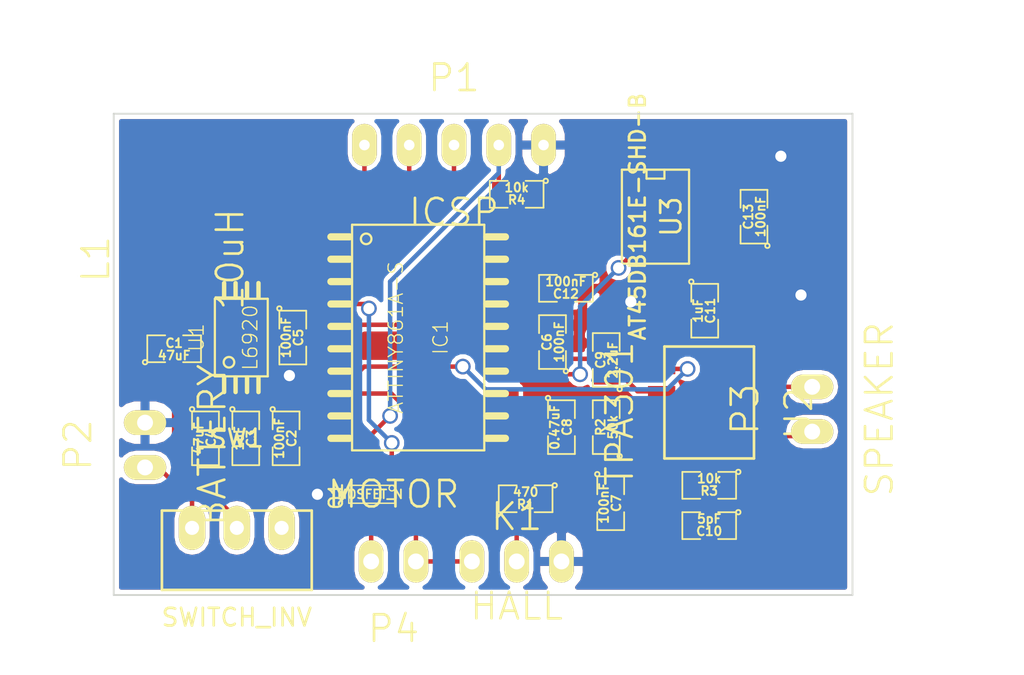
<source format=kicad_pcb>
(kicad_pcb (version 4) (host pcbnew "(2014-10-30 BZR 5240)-product")

  (general
    (links 68)
    (no_connects 0)
    (area 119.279999 68.479999 181.355 108.110001)
    (thickness 1.6)
    (drawings 13)
    (tracks 215)
    (zones 0)
    (modules 30)
    (nets 27)
  )

  (page A4)
  (layers
    (0 F.Cu signal)
    (31 B.Cu signal)
    (32 B.Adhes user)
    (33 F.Adhes user)
    (34 B.Paste user)
    (35 F.Paste user)
    (36 B.SilkS user)
    (37 F.SilkS user)
    (38 B.Mask user)
    (39 F.Mask user)
    (40 Dwgs.User user)
    (41 Cmts.User user)
    (42 Eco1.User user)
    (43 Eco2.User user)
    (44 Edge.Cuts user)
    (45 Margin user)
    (46 B.CrtYd user)
    (47 F.CrtYd user)
    (48 B.Fab user)
    (49 F.Fab user)
  )

  (setup
    (last_trace_width 0.254)
    (trace_clearance 0.254)
    (zone_clearance 0.254)
    (zone_45_only no)
    (trace_min 0.254)
    (segment_width 0.2)
    (edge_width 0.1)
    (via_size 0.889)
    (via_drill 0.635)
    (via_min_size 0.889)
    (via_min_drill 0.508)
    (uvia_size 0.508)
    (uvia_drill 0.127)
    (uvias_allowed no)
    (uvia_min_size 0.508)
    (uvia_min_drill 0.127)
    (pcb_text_width 0.3)
    (pcb_text_size 1.5 1.5)
    (mod_edge_width 0.15)
    (mod_text_size 1 1)
    (mod_text_width 0.15)
    (pad_size 1.4 2.4)
    (pad_drill 0.6)
    (pad_to_mask_clearance 0)
    (aux_axis_origin 0 0)
    (visible_elements FFFFFF1F)
    (pcbplotparams
      (layerselection 0x21ccc_80000001)
      (usegerberextensions false)
      (excludeedgelayer true)
      (linewidth 0.100000)
      (plotframeref false)
      (viasonmask false)
      (mode 1)
      (useauxorigin false)
      (hpglpennumber 1)
      (hpglpenspeed 20)
      (hpglpendiameter 15)
      (hpglpenoverlay 2)
      (psnegative false)
      (psa4output false)
      (plotreference true)
      (plotvalue true)
      (plotinvisibletext false)
      (padsonsilk false)
      (subtractmaskfromsilk false)
      (outputformat 1)
      (mirror false)
      (drillshape 0)
      (scaleselection 1)
      (outputdirectory gerber/))
  )

  (net 0 "")
  (net 1 +BATT)
  (net 2 GND)
  (net 3 "Net-(C2-Pad1)")
  (net 4 MOTOR+)
  (net 5 "Net-(C9-Pad1)")
  (net 6 "Net-(C12-Pad2)")
  (net 7 MOSI)
  (net 8 ~RESET)
  (net 9 FLASH_DI)
  (net 10 HALL)
  (net 11 FLASH_CS)
  (net 12 SPEAKER_PWM)
  (net 13 MISO)
  (net 14 SCK)
  (net 15 MOTOR_CTRL)
  (net 16 FLASH_SCK)
  (net 17 FLASH_DO)
  (net 18 "Net-(L1-Pad2)")
  (net 19 MOTOR-)
  (net 20 "Net-(C1-Pad1)")
  (net 21 "Net-(C7-Pad1)")
  (net 22 "Net-(C8-Pad1)")
  (net 23 SPEAKER+)
  (net 24 "Net-(C10-Pad2)")
  (net 25 SPEAKER_CTRL)
  (net 26 SPEAKER-)

  (net_class Default "This is the default net class."
    (clearance 0.254)
    (trace_width 0.254)
    (via_dia 0.889)
    (via_drill 0.635)
    (uvia_dia 0.508)
    (uvia_drill 0.127)
    (add_net +BATT)
    (add_net FLASH_CS)
    (add_net FLASH_DI)
    (add_net FLASH_DO)
    (add_net FLASH_SCK)
    (add_net GND)
    (add_net HALL)
    (add_net MISO)
    (add_net MOSI)
    (add_net MOTOR+)
    (add_net MOTOR-)
    (add_net MOTOR_CTRL)
    (add_net "Net-(C1-Pad1)")
    (add_net "Net-(C10-Pad2)")
    (add_net "Net-(C12-Pad2)")
    (add_net "Net-(C2-Pad1)")
    (add_net "Net-(C7-Pad1)")
    (add_net "Net-(C8-Pad1)")
    (add_net "Net-(C9-Pad1)")
    (add_net "Net-(L1-Pad2)")
    (add_net SCK)
    (add_net SPEAKER+)
    (add_net SPEAKER-)
    (add_net SPEAKER_CTRL)
    (add_net SPEAKER_PWM)
    (add_net ~RESET)
  )

  (module libcms:SM0805 (layer F.Cu) (tedit 5091495C) (tstamp 54266957)
    (at 129.159 88.265)
    (path /5426090B)
    (attr smd)
    (fp_text reference C1 (at 0 -0.3175) (layer F.SilkS)
      (effects (font (size 0.50038 0.50038) (thickness 0.10922)))
    )
    (fp_text value 47uF (at 0 0.381) (layer F.SilkS)
      (effects (font (size 0.50038 0.50038) (thickness 0.10922)))
    )
    (fp_circle (center -1.651 0.762) (end -1.651 0.635) (layer F.SilkS) (width 0.09906))
    (fp_line (start -0.508 0.762) (end -1.524 0.762) (layer F.SilkS) (width 0.09906))
    (fp_line (start -1.524 0.762) (end -1.524 -0.762) (layer F.SilkS) (width 0.09906))
    (fp_line (start -1.524 -0.762) (end -0.508 -0.762) (layer F.SilkS) (width 0.09906))
    (fp_line (start 0.508 -0.762) (end 1.524 -0.762) (layer F.SilkS) (width 0.09906))
    (fp_line (start 1.524 -0.762) (end 1.524 0.762) (layer F.SilkS) (width 0.09906))
    (fp_line (start 1.524 0.762) (end 0.508 0.762) (layer F.SilkS) (width 0.09906))
    (pad 1 smd rect (at -0.9525 0) (size 0.889 1.397) (layers F.Cu F.Paste F.Mask)
      (net 20 "Net-(C1-Pad1)"))
    (pad 2 smd rect (at 0.9525 0) (size 0.889 1.397) (layers F.Cu F.Paste F.Mask)
      (net 2 GND))
    (model smd/chip_cms.wrl
      (at (xyz 0 0 0))
      (scale (xyz 0.1 0.1 0.1))
      (rotate (xyz 0 0 0))
    )
  )

  (module libcms:SM0805 (layer F.Cu) (tedit 5091495C) (tstamp 54266964)
    (at 135.509 93.345 270)
    (path /542614E2)
    (attr smd)
    (fp_text reference C2 (at 0 -0.3175 270) (layer F.SilkS)
      (effects (font (size 0.50038 0.50038) (thickness 0.10922)))
    )
    (fp_text value 100nF (at 0 0.381 270) (layer F.SilkS)
      (effects (font (size 0.50038 0.50038) (thickness 0.10922)))
    )
    (fp_circle (center -1.651 0.762) (end -1.651 0.635) (layer F.SilkS) (width 0.09906))
    (fp_line (start -0.508 0.762) (end -1.524 0.762) (layer F.SilkS) (width 0.09906))
    (fp_line (start -1.524 0.762) (end -1.524 -0.762) (layer F.SilkS) (width 0.09906))
    (fp_line (start -1.524 -0.762) (end -0.508 -0.762) (layer F.SilkS) (width 0.09906))
    (fp_line (start 0.508 -0.762) (end 1.524 -0.762) (layer F.SilkS) (width 0.09906))
    (fp_line (start 1.524 -0.762) (end 1.524 0.762) (layer F.SilkS) (width 0.09906))
    (fp_line (start 1.524 0.762) (end 0.508 0.762) (layer F.SilkS) (width 0.09906))
    (pad 1 smd rect (at -0.9525 0 270) (size 0.889 1.397) (layers F.Cu F.Paste F.Mask)
      (net 3 "Net-(C2-Pad1)"))
    (pad 2 smd rect (at 0.9525 0 270) (size 0.889 1.397) (layers F.Cu F.Paste F.Mask)
      (net 2 GND))
    (model smd/chip_cms.wrl
      (at (xyz 0 0 0))
      (scale (xyz 0.1 0.1 0.1))
      (rotate (xyz 0 0 0))
    )
  )

  (module libcms:SM0805 (layer F.Cu) (tedit 5091495C) (tstamp 5426697E)
    (at 133.223 93.345 270)
    (path /54262230)
    (attr smd)
    (fp_text reference C3 (at 0 -0.3175 270) (layer F.SilkS)
      (effects (font (size 0.50038 0.50038) (thickness 0.10922)))
    )
    (fp_text value 1uF (at 0 0.381 270) (layer F.SilkS)
      (effects (font (size 0.50038 0.50038) (thickness 0.10922)))
    )
    (fp_circle (center -1.651 0.762) (end -1.651 0.635) (layer F.SilkS) (width 0.09906))
    (fp_line (start -0.508 0.762) (end -1.524 0.762) (layer F.SilkS) (width 0.09906))
    (fp_line (start -1.524 0.762) (end -1.524 -0.762) (layer F.SilkS) (width 0.09906))
    (fp_line (start -1.524 -0.762) (end -0.508 -0.762) (layer F.SilkS) (width 0.09906))
    (fp_line (start 0.508 -0.762) (end 1.524 -0.762) (layer F.SilkS) (width 0.09906))
    (fp_line (start 1.524 -0.762) (end 1.524 0.762) (layer F.SilkS) (width 0.09906))
    (fp_line (start 1.524 0.762) (end 0.508 0.762) (layer F.SilkS) (width 0.09906))
    (pad 1 smd rect (at -0.9525 0 270) (size 0.889 1.397) (layers F.Cu F.Paste F.Mask)
      (net 4 MOTOR+))
    (pad 2 smd rect (at 0.9525 0 270) (size 0.889 1.397) (layers F.Cu F.Paste F.Mask)
      (net 2 GND))
    (model smd/chip_cms.wrl
      (at (xyz 0 0 0))
      (scale (xyz 0.1 0.1 0.1))
      (rotate (xyz 0 0 0))
    )
  )

  (module libcms:SM0805 (layer F.Cu) (tedit 5091495C) (tstamp 5426698B)
    (at 130.937 93.345 270)
    (path /54262255)
    (attr smd)
    (fp_text reference C4 (at 0 -0.3175 270) (layer F.SilkS)
      (effects (font (size 0.50038 0.50038) (thickness 0.10922)))
    )
    (fp_text value 47uF (at 0 0.381 270) (layer F.SilkS)
      (effects (font (size 0.50038 0.50038) (thickness 0.10922)))
    )
    (fp_circle (center -1.651 0.762) (end -1.651 0.635) (layer F.SilkS) (width 0.09906))
    (fp_line (start -0.508 0.762) (end -1.524 0.762) (layer F.SilkS) (width 0.09906))
    (fp_line (start -1.524 0.762) (end -1.524 -0.762) (layer F.SilkS) (width 0.09906))
    (fp_line (start -1.524 -0.762) (end -0.508 -0.762) (layer F.SilkS) (width 0.09906))
    (fp_line (start 0.508 -0.762) (end 1.524 -0.762) (layer F.SilkS) (width 0.09906))
    (fp_line (start 1.524 -0.762) (end 1.524 0.762) (layer F.SilkS) (width 0.09906))
    (fp_line (start 1.524 0.762) (end 0.508 0.762) (layer F.SilkS) (width 0.09906))
    (pad 1 smd rect (at -0.9525 0 270) (size 0.889 1.397) (layers F.Cu F.Paste F.Mask)
      (net 4 MOTOR+))
    (pad 2 smd rect (at 0.9525 0 270) (size 0.889 1.397) (layers F.Cu F.Paste F.Mask)
      (net 2 GND))
    (model smd/chip_cms.wrl
      (at (xyz 0 0 0))
      (scale (xyz 0.1 0.1 0.1))
      (rotate (xyz 0 0 0))
    )
  )

  (module libcms:SM0805 (layer F.Cu) (tedit 5091495C) (tstamp 542669A5)
    (at 135.89 87.63 270)
    (path /542547BE)
    (attr smd)
    (fp_text reference C5 (at 0 -0.3175 270) (layer F.SilkS)
      (effects (font (size 0.50038 0.50038) (thickness 0.10922)))
    )
    (fp_text value 100nF (at 0 0.381 270) (layer F.SilkS)
      (effects (font (size 0.50038 0.50038) (thickness 0.10922)))
    )
    (fp_circle (center -1.651 0.762) (end -1.651 0.635) (layer F.SilkS) (width 0.09906))
    (fp_line (start -0.508 0.762) (end -1.524 0.762) (layer F.SilkS) (width 0.09906))
    (fp_line (start -1.524 0.762) (end -1.524 -0.762) (layer F.SilkS) (width 0.09906))
    (fp_line (start -1.524 -0.762) (end -0.508 -0.762) (layer F.SilkS) (width 0.09906))
    (fp_line (start 0.508 -0.762) (end 1.524 -0.762) (layer F.SilkS) (width 0.09906))
    (fp_line (start 1.524 -0.762) (end 1.524 0.762) (layer F.SilkS) (width 0.09906))
    (fp_line (start 1.524 0.762) (end 0.508 0.762) (layer F.SilkS) (width 0.09906))
    (pad 1 smd rect (at -0.9525 0 270) (size 0.889 1.397) (layers F.Cu F.Paste F.Mask)
      (net 4 MOTOR+))
    (pad 2 smd rect (at 0.9525 0 270) (size 0.889 1.397) (layers F.Cu F.Paste F.Mask)
      (net 2 GND))
    (model smd/chip_cms.wrl
      (at (xyz 0 0 0))
      (scale (xyz 0.1 0.1 0.1))
      (rotate (xyz 0 0 0))
    )
  )

  (module libcms:SM0805 (layer F.Cu) (tedit 5091495C) (tstamp 542669B2)
    (at 150.622 87.884 90)
    (path /542547ED)
    (attr smd)
    (fp_text reference C6 (at 0 -0.3175 90) (layer F.SilkS)
      (effects (font (size 0.50038 0.50038) (thickness 0.10922)))
    )
    (fp_text value 100nF (at 0 0.381 90) (layer F.SilkS)
      (effects (font (size 0.50038 0.50038) (thickness 0.10922)))
    )
    (fp_circle (center -1.651 0.762) (end -1.651 0.635) (layer F.SilkS) (width 0.09906))
    (fp_line (start -0.508 0.762) (end -1.524 0.762) (layer F.SilkS) (width 0.09906))
    (fp_line (start -1.524 0.762) (end -1.524 -0.762) (layer F.SilkS) (width 0.09906))
    (fp_line (start -1.524 -0.762) (end -0.508 -0.762) (layer F.SilkS) (width 0.09906))
    (fp_line (start 0.508 -0.762) (end 1.524 -0.762) (layer F.SilkS) (width 0.09906))
    (fp_line (start 1.524 -0.762) (end 1.524 0.762) (layer F.SilkS) (width 0.09906))
    (fp_line (start 1.524 0.762) (end 0.508 0.762) (layer F.SilkS) (width 0.09906))
    (pad 1 smd rect (at -0.9525 0 90) (size 0.889 1.397) (layers F.Cu F.Paste F.Mask)
      (net 4 MOTOR+))
    (pad 2 smd rect (at 0.9525 0 90) (size 0.889 1.397) (layers F.Cu F.Paste F.Mask)
      (net 2 GND))
    (model smd/chip_cms.wrl
      (at (xyz 0 0 0))
      (scale (xyz 0.1 0.1 0.1))
      (rotate (xyz 0 0 0))
    )
  )

  (module libcms:SM0805 (layer F.Cu) (tedit 5091495C) (tstamp 542669E6)
    (at 151.384 84.836 180)
    (path /54255592)
    (attr smd)
    (fp_text reference C12 (at 0 -0.3175 180) (layer F.SilkS)
      (effects (font (size 0.50038 0.50038) (thickness 0.10922)))
    )
    (fp_text value 100nF (at 0 0.381 180) (layer F.SilkS)
      (effects (font (size 0.50038 0.50038) (thickness 0.10922)))
    )
    (fp_circle (center -1.651 0.762) (end -1.651 0.635) (layer F.SilkS) (width 0.09906))
    (fp_line (start -0.508 0.762) (end -1.524 0.762) (layer F.SilkS) (width 0.09906))
    (fp_line (start -1.524 0.762) (end -1.524 -0.762) (layer F.SilkS) (width 0.09906))
    (fp_line (start -1.524 -0.762) (end -0.508 -0.762) (layer F.SilkS) (width 0.09906))
    (fp_line (start 0.508 -0.762) (end 1.524 -0.762) (layer F.SilkS) (width 0.09906))
    (fp_line (start 1.524 -0.762) (end 1.524 0.762) (layer F.SilkS) (width 0.09906))
    (fp_line (start 1.524 0.762) (end 0.508 0.762) (layer F.SilkS) (width 0.09906))
    (pad 1 smd rect (at -0.9525 0 180) (size 0.889 1.397) (layers F.Cu F.Paste F.Mask)
      (net 2 GND))
    (pad 2 smd rect (at 0.9525 0 180) (size 0.889 1.397) (layers F.Cu F.Paste F.Mask)
      (net 6 "Net-(C12-Pad2)"))
    (model smd/chip_cms.wrl
      (at (xyz 0 0 0))
      (scale (xyz 0.1 0.1 0.1))
      (rotate (xyz 0 0 0))
    )
  )

  (module libcms:SM0805 (layer F.Cu) (tedit 5091495C) (tstamp 5431760F)
    (at 162.052 80.772 90)
    (path /54255FA9)
    (attr smd)
    (fp_text reference C13 (at 0 -0.3175 90) (layer F.SilkS)
      (effects (font (size 0.50038 0.50038) (thickness 0.10922)))
    )
    (fp_text value 100nF (at 0 0.381 90) (layer F.SilkS)
      (effects (font (size 0.50038 0.50038) (thickness 0.10922)))
    )
    (fp_circle (center -1.651 0.762) (end -1.651 0.635) (layer F.SilkS) (width 0.09906))
    (fp_line (start -0.508 0.762) (end -1.524 0.762) (layer F.SilkS) (width 0.09906))
    (fp_line (start -1.524 0.762) (end -1.524 -0.762) (layer F.SilkS) (width 0.09906))
    (fp_line (start -1.524 -0.762) (end -0.508 -0.762) (layer F.SilkS) (width 0.09906))
    (fp_line (start 0.508 -0.762) (end 1.524 -0.762) (layer F.SilkS) (width 0.09906))
    (fp_line (start 1.524 -0.762) (end 1.524 0.762) (layer F.SilkS) (width 0.09906))
    (fp_line (start 1.524 0.762) (end 0.508 0.762) (layer F.SilkS) (width 0.09906))
    (pad 1 smd rect (at -0.9525 0 90) (size 0.889 1.397) (layers F.Cu F.Paste F.Mask)
      (net 4 MOTOR+))
    (pad 2 smd rect (at 0.9525 0 90) (size 0.889 1.397) (layers F.Cu F.Paste F.Mask)
      (net 2 GND))
    (model smd/chip_cms.wrl
      (at (xyz 0 0 0))
      (scale (xyz 0.1 0.1 0.1))
      (rotate (xyz 0 0 0))
    )
  )

  (module doraemon_footprint:AB2_SO20_W (layer F.Cu) (tedit 52A775CF) (tstamp 54266A31)
    (at 143.002 87.63 270)
    (path /5425445B)
    (fp_text reference IC1 (at 0 -1.27 270) (layer F.SilkS)
      (effects (font (size 0.8128 0.8128) (thickness 0.0762)))
    )
    (fp_text value ATTINY861A-S (at 0 1.27 270) (layer F.SilkS)
      (effects (font (size 0.8128 0.8128) (thickness 0.0762)))
    )
    (fp_circle (center -5.6 2.95) (end -5.6 2.65) (layer F.SilkS) (width 0.127))
    (fp_line (start 6.4 -3.75) (end 6.4 3.75) (layer F.SilkS) (width 0.127))
    (fp_line (start 6.4 3.75) (end -6.4 3.75) (layer F.SilkS) (width 0.127))
    (fp_line (start -6.4 3.75) (end -6.4 -3.75) (layer F.SilkS) (width 0.127))
    (fp_line (start -6.4 -3.75) (end 6.4 -3.75) (layer F.SilkS) (width 0.127))
    (fp_line (start -5.715 3.9) (end -5.715 4.95) (layer F.SilkS) (width 0.41))
    (fp_line (start 5.715 3.9) (end 5.715 4.95) (layer F.SilkS) (width 0.41))
    (fp_line (start -5.715 -4.95) (end -5.715 -3.9) (layer F.SilkS) (width 0.41))
    (fp_line (start 5.715 -4.95) (end 5.715 -3.9) (layer F.SilkS) (width 0.41))
    (fp_line (start 4.445 -4.95) (end 4.445 -3.9) (layer F.SilkS) (width 0.41))
    (fp_line (start 0.635 -4.95) (end 0.635 -3.9) (layer F.SilkS) (width 0.41))
    (fp_line (start 1.905 -4.95) (end 1.905 -3.9) (layer F.SilkS) (width 0.41))
    (fp_line (start 3.175 -4.95) (end 3.175 -3.9) (layer F.SilkS) (width 0.41))
    (fp_line (start 3.175 3.9) (end 3.175 4.95) (layer F.SilkS) (width 0.41))
    (fp_line (start 1.905 3.9) (end 1.905 4.95) (layer F.SilkS) (width 0.41))
    (fp_line (start 0.635 3.9) (end 0.635 4.95) (layer F.SilkS) (width 0.41))
    (fp_line (start 4.445 3.9) (end 4.445 4.95) (layer F.SilkS) (width 0.41))
    (fp_line (start -1.905 -4.95) (end -1.905 -3.9) (layer F.SilkS) (width 0.41))
    (fp_line (start -3.175 -4.95) (end -3.175 -3.9) (layer F.SilkS) (width 0.41))
    (fp_line (start -4.445 -4.95) (end -4.445 -3.9) (layer F.SilkS) (width 0.41))
    (fp_line (start -0.635 -4.95) (end -0.635 -3.9) (layer F.SilkS) (width 0.41))
    (fp_line (start -0.635 3.9) (end -0.635 4.95) (layer F.SilkS) (width 0.41))
    (fp_line (start -4.445 3.9) (end -4.445 4.95) (layer F.SilkS) (width 0.41))
    (fp_line (start -3.175 3.9) (end -3.175 4.95) (layer F.SilkS) (width 0.41))
    (fp_line (start -1.905 3.9) (end -1.905 4.95) (layer F.SilkS) (width 0.41))
    (pad 1 smd rect (at -5.715 4.7 270) (size 0.6 2) (layers F.Cu F.Paste F.Mask)
      (net 7 MOSI))
    (pad 10 smd rect (at 5.715 4.7 270) (size 0.6 2) (layers F.Cu F.Paste F.Mask)
      (net 8 ~RESET))
    (pad 20 smd rect (at -5.715 -4.7 270) (size 0.6 2) (layers F.Cu F.Paste F.Mask)
      (net 9 FLASH_DI))
    (pad 11 smd rect (at 5.715 -4.7 270) (size 0.6 2) (layers F.Cu F.Paste F.Mask)
      (net 10 HALL))
    (pad 15 smd rect (at 0.635 -4.7 270) (size 0.6 2) (layers F.Cu F.Paste F.Mask)
      (net 4 MOTOR+))
    (pad 14 smd rect (at 1.905 -4.7 270) (size 0.6 2) (layers F.Cu F.Paste F.Mask)
      (net 11 FLASH_CS))
    (pad 13 smd rect (at 3.175 -4.7 270) (size 0.6 2) (layers F.Cu F.Paste F.Mask))
    (pad 12 smd rect (at 4.445 -4.7 270) (size 0.6 2) (layers F.Cu F.Paste F.Mask))
    (pad 9 smd rect (at 4.445 4.7 270) (size 0.6 2) (layers F.Cu F.Paste F.Mask))
    (pad 8 smd rect (at 3.175 4.7 270) (size 0.6 2) (layers F.Cu F.Paste F.Mask)
      (net 12 SPEAKER_PWM))
    (pad 7 smd rect (at 1.905 4.7 270) (size 0.6 2) (layers F.Cu F.Paste F.Mask)
      (net 25 SPEAKER_CTRL))
    (pad 6 smd rect (at 0.635 4.7 270) (size 0.6 2) (layers F.Cu F.Paste F.Mask)
      (net 2 GND))
    (pad 2 smd rect (at -4.445 4.7 270) (size 0.6 2) (layers F.Cu F.Paste F.Mask)
      (net 13 MISO))
    (pad 3 smd rect (at -3.175 4.7 270) (size 0.6 2) (layers F.Cu F.Paste F.Mask)
      (net 14 SCK))
    (pad 4 smd rect (at -1.905 4.7 270) (size 0.6 2) (layers F.Cu F.Paste F.Mask)
      (net 15 MOTOR_CTRL))
    (pad 5 smd rect (at -0.635 4.7 270) (size 0.6 2) (layers F.Cu F.Paste F.Mask)
      (net 4 MOTOR+))
    (pad 16 smd rect (at -0.635 -4.7 270) (size 0.6 2) (layers F.Cu F.Paste F.Mask)
      (net 2 GND))
    (pad 17 smd rect (at -1.905 -4.7 270) (size 0.6 2) (layers F.Cu F.Paste F.Mask)
      (net 6 "Net-(C12-Pad2)"))
    (pad 18 smd rect (at -3.175 -4.7 270) (size 0.6 2) (layers F.Cu F.Paste F.Mask)
      (net 16 FLASH_SCK))
    (pad 19 smd rect (at -4.445 -4.7 270) (size 0.6 2) (layers F.Cu F.Paste F.Mask)
      (net 17 FLASH_DO))
    (model /home/kefused/Documents/Projects/doraemon/3dpackages/AB2_SO20_W.wrl
      (at (xyz 0 0 0))
      (scale (xyz 0.3937 0.3937 0.3937))
      (rotate (xyz 0 0 180))
    )
  )

  (module doraemon_footprint:3wire (layer F.Cu) (tedit 54260D3F) (tstamp 54266A38)
    (at 148.59 100.33)
    (path /54263ACC)
    (fp_text reference K1 (at 0 -2.54) (layer F.SilkS)
      (effects (font (size 1.5 1.5) (thickness 0.15)))
    )
    (fp_text value HALL (at 0 2.54) (layer F.SilkS)
      (effects (font (size 1.5 1.5) (thickness 0.15)))
    )
    (pad 1 thru_hole oval (at -2.54 0) (size 1.4 2.4) (drill 0.9) (layers *.Cu *.Mask F.SilkS)
      (net 4 MOTOR+))
    (pad 2 thru_hole oval (at 0 0) (size 1.4 2.4) (drill 0.9) (layers *.Cu *.Mask F.SilkS)
      (net 10 HALL))
    (pad 3 thru_hole oval (at 2.54 0) (size 1.4 2.4) (drill 0.9) (layers *.Cu *.Mask F.SilkS)
      (net 2 GND))
  )

  (module doraemon_footprint:DO1608C (layer F.Cu) (tedit 54260B95) (tstamp 54266A3E)
    (at 128.524 83.185 90)
    (path /542608AA)
    (fp_text reference L1 (at 0 -3.81 90) (layer F.SilkS)
      (effects (font (size 1.5 1.5) (thickness 0.15)))
    )
    (fp_text value 10uH (at 0 3.81 90) (layer F.SilkS)
      (effects (font (size 1.5 1.5) (thickness 0.15)))
    )
    (pad 1 smd rect (at -2.73 0 90) (size 1.4 3.56) (layers F.Cu F.Paste F.Mask)
      (net 20 "Net-(C1-Pad1)"))
    (pad 2 smd rect (at 2.73 0 90) (size 1.4 3.56) (layers F.Cu F.Paste F.Mask)
      (net 18 "Net-(L1-Pad2)"))
  )

  (module doraemon_footprint:icsp (layer F.Cu) (tedit 545943FE) (tstamp 54266A47)
    (at 145.034 76.708)
    (path /542581EE)
    (fp_text reference P1 (at 0 -3.81) (layer F.SilkS)
      (effects (font (size 1.5 1.5) (thickness 0.15)))
    )
    (fp_text value ICSP (at 0 3.81) (layer F.SilkS)
      (effects (font (size 1.5 1.5) (thickness 0.15)))
    )
    (pad 1 thru_hole oval (at -5.08 0) (size 1.4 2.4) (drill 0.6) (layers *.Cu *.Mask F.SilkS)
      (net 13 MISO))
    (pad 2 thru_hole oval (at -2.54 0) (size 1.4 2.4) (drill 0.6) (layers *.Cu *.Mask F.SilkS)
      (net 7 MOSI))
    (pad 3 thru_hole oval (at 0 0) (size 1.4 2.4) (drill 0.6) (layers *.Cu *.Mask F.SilkS)
      (net 14 SCK))
    (pad 4 thru_hole oval (at 2.54 0) (size 1.4 2.4) (drill 0.6) (layers *.Cu *.Mask F.SilkS)
      (net 8 ~RESET))
    (pad 5 thru_hole oval (at 5.08 0) (size 1.4 2.4) (drill 0.6) (layers *.Cu *.Mask F.SilkS)
      (net 2 GND))
  )

  (module doraemon_footprint:2wire (layer F.Cu) (tedit 54260CED) (tstamp 54266A4D)
    (at 127.508 93.726 90)
    (path /54274334)
    (fp_text reference P2 (at 0 -3.81 90) (layer F.SilkS)
      (effects (font (size 1.5 1.5) (thickness 0.15)))
    )
    (fp_text value BATTERY (at 0 3.81 90) (layer F.SilkS)
      (effects (font (size 1.5 1.5) (thickness 0.15)))
    )
    (pad 1 thru_hole oval (at -1.27 0 90) (size 1.4 2.4) (drill 0.9) (layers *.Cu *.Mask F.SilkS)
      (net 1 +BATT))
    (pad 2 thru_hole oval (at 1.27 0 90) (size 1.4 2.4) (drill 0.9) (layers *.Cu *.Mask F.SilkS)
      (net 2 GND))
  )

  (module doraemon_footprint:2wire (layer F.Cu) (tedit 54260CED) (tstamp 54266A53)
    (at 165.354 91.694 90)
    (path /54264905)
    (fp_text reference P3 (at 0 -3.81 90) (layer F.SilkS)
      (effects (font (size 1.5 1.5) (thickness 0.15)))
    )
    (fp_text value SPEAKER (at 0 3.81 90) (layer F.SilkS)
      (effects (font (size 1.5 1.5) (thickness 0.15)))
    )
    (pad 1 thru_hole oval (at -1.27 0 90) (size 1.4 2.4) (drill 0.9) (layers *.Cu *.Mask F.SilkS)
      (net 23 SPEAKER+))
    (pad 2 thru_hole oval (at 1.27 0 90) (size 1.4 2.4) (drill 0.9) (layers *.Cu *.Mask F.SilkS)
      (net 26 SPEAKER-))
  )

  (module doraemon_footprint:2wire (layer F.Cu) (tedit 54260CED) (tstamp 54266A59)
    (at 141.605 100.33 180)
    (path /542653B4)
    (fp_text reference P4 (at 0 -3.81 180) (layer F.SilkS)
      (effects (font (size 1.5 1.5) (thickness 0.15)))
    )
    (fp_text value MOTOR (at 0 3.81 180) (layer F.SilkS)
      (effects (font (size 1.5 1.5) (thickness 0.15)))
    )
    (pad 1 thru_hole oval (at -1.27 0 180) (size 1.4 2.4) (drill 0.9) (layers *.Cu *.Mask F.SilkS)
      (net 4 MOTOR+))
    (pad 2 thru_hole oval (at 1.27 0 180) (size 1.4 2.4) (drill 0.9) (layers *.Cu *.Mask F.SilkS)
      (net 19 MOTOR-))
  )

  (module doraemon_footprint:SOT23 (layer F.Cu) (tedit 54261126) (tstamp 54266A6D)
    (at 140.335 96.52 180)
    (tags SOT23)
    (path /5426C57E)
    (fp_text reference Q1 (at 1.99898 -0.09906 270) (layer F.SilkS)
      (effects (font (size 0.762 0.762) (thickness 0.11938)))
    )
    (fp_text value MOSFET_N (at 0.0635 0 180) (layer F.SilkS)
      (effects (font (size 0.50038 0.50038) (thickness 0.09906)))
    )
    (fp_circle (center -1.17602 0.35052) (end -1.30048 0.44958) (layer F.SilkS) (width 0.07874))
    (fp_line (start 1.27 -0.508) (end 1.27 0.508) (layer F.SilkS) (width 0.07874))
    (fp_line (start -1.3335 -0.508) (end -1.3335 0.508) (layer F.SilkS) (width 0.07874))
    (fp_line (start 1.27 0.508) (end -1.3335 0.508) (layer F.SilkS) (width 0.07874))
    (fp_line (start -1.3335 -0.508) (end 1.27 -0.508) (layer F.SilkS) (width 0.07874))
    (pad D smd rect (at 0 -1.09982 180) (size 0.8001 1.00076) (layers F.Cu F.Paste F.Mask)
      (net 19 MOTOR-))
    (pad S smd rect (at 0.9525 1.09982 180) (size 0.8001 1.00076) (layers F.Cu F.Paste F.Mask)
      (net 2 GND))
    (pad G smd rect (at -0.9525 1.09982 180) (size 0.8001 1.00076) (layers F.Cu F.Paste F.Mask)
      (net 15 MOTOR_CTRL))
    (model smd\SOT23_3.wrl
      (at (xyz 0 0 0))
      (scale (xyz 0.4 0.4 0.4))
      (rotate (xyz 0 0 180))
    )
  )

  (module libcms:SM0805 (layer F.Cu) (tedit 5091495C) (tstamp 54266ABB)
    (at 148.59 79.502 180)
    (path /54254B00)
    (attr smd)
    (fp_text reference R4 (at 0 -0.3175 180) (layer F.SilkS)
      (effects (font (size 0.50038 0.50038) (thickness 0.10922)))
    )
    (fp_text value 10k (at 0 0.381 180) (layer F.SilkS)
      (effects (font (size 0.50038 0.50038) (thickness 0.10922)))
    )
    (fp_circle (center -1.651 0.762) (end -1.651 0.635) (layer F.SilkS) (width 0.09906))
    (fp_line (start -0.508 0.762) (end -1.524 0.762) (layer F.SilkS) (width 0.09906))
    (fp_line (start -1.524 0.762) (end -1.524 -0.762) (layer F.SilkS) (width 0.09906))
    (fp_line (start -1.524 -0.762) (end -0.508 -0.762) (layer F.SilkS) (width 0.09906))
    (fp_line (start 0.508 -0.762) (end 1.524 -0.762) (layer F.SilkS) (width 0.09906))
    (fp_line (start 1.524 -0.762) (end 1.524 0.762) (layer F.SilkS) (width 0.09906))
    (fp_line (start 1.524 0.762) (end 0.508 0.762) (layer F.SilkS) (width 0.09906))
    (pad 1 smd rect (at -0.9525 0 180) (size 0.889 1.397) (layers F.Cu F.Paste F.Mask)
      (net 4 MOTOR+))
    (pad 2 smd rect (at 0.9525 0 180) (size 0.889 1.397) (layers F.Cu F.Paste F.Mask)
      (net 8 ~RESET))
    (model smd/chip_cms.wrl
      (at (xyz 0 0 0))
      (scale (xyz 0.1 0.1 0.1))
      (rotate (xyz 0 0 0))
    )
  )

  (module doraemon_footprint:AB2_TSSOP08 (layer F.Cu) (tedit 52AE6289) (tstamp 54266AD4)
    (at 132.969 87.63)
    (path /54260351)
    (fp_text reference U1 (at -2.54 0 90) (layer F.SilkS)
      (effects (font (size 0.8128 0.8128) (thickness 0.0762)))
    )
    (fp_text value L6920 (at 0.508 0 90) (layer F.SilkS)
      (effects (font (size 0.8128 0.8128) (thickness 0.0762)))
    )
    (fp_line (start -0.975 2.27) (end -0.975 3.09) (layer F.SilkS) (width 0.25))
    (fp_line (start -0.325 2.27) (end -0.325 3.09) (layer F.SilkS) (width 0.25))
    (fp_line (start 0.325 2.27) (end 0.325 3.09) (layer F.SilkS) (width 0.25))
    (fp_line (start 0.975 2.27) (end 0.975 3.09) (layer F.SilkS) (width 0.25))
    (fp_line (start -0.975 -2.27) (end -0.975 -3.09) (layer F.SilkS) (width 0.25))
    (fp_line (start -0.325 -2.27) (end -0.325 -3.09) (layer F.SilkS) (width 0.25))
    (fp_line (start 0.325 -2.27) (end 0.325 -3.09) (layer F.SilkS) (width 0.25))
    (fp_line (start 0.975 -2.27) (end 0.975 -3.09) (layer F.SilkS) (width 0.25))
    (fp_circle (center -0.7 1.4) (end -0.7 1.1) (layer F.SilkS) (width 0.127))
    (fp_line (start -1.5 -2.2) (end 1.5 -2.2) (layer F.SilkS) (width 0.127))
    (fp_line (start 1.5 -2.2) (end 1.5 2.2) (layer F.SilkS) (width 0.127))
    (fp_line (start 1.5 2.2) (end -1.5 2.2) (layer F.SilkS) (width 0.127))
    (fp_line (start -1.5 2.2) (end -1.5 -2.2) (layer F.SilkS) (width 0.127))
    (pad 1 smd rect (at -0.975 2.8) (size 0.3 1.6) (layers F.Cu F.Paste F.Mask)
      (net 4 MOTOR+))
    (pad 2 smd rect (at -0.325 2.8) (size 0.3 1.6) (layers F.Cu F.Paste F.Mask))
    (pad 3 smd rect (at 0.325 2.8) (size 0.3 1.6) (layers F.Cu F.Paste F.Mask))
    (pad 4 smd rect (at 0.975 2.8) (size 0.3 1.6) (layers F.Cu F.Paste F.Mask)
      (net 3 "Net-(C2-Pad1)"))
    (pad 5 smd rect (at 0.975 -2.8) (size 0.3 1.6) (layers F.Cu F.Paste F.Mask)
      (net 4 MOTOR+))
    (pad 6 smd rect (at 0.325 -2.8) (size 0.3 1.6) (layers F.Cu F.Paste F.Mask)
      (net 2 GND))
    (pad 7 smd rect (at -0.325 -2.8) (size 0.3 1.6) (layers F.Cu F.Paste F.Mask)
      (net 18 "Net-(L1-Pad2)"))
    (pad 8 smd rect (at -0.975 -2.8) (size 0.3 1.6) (layers F.Cu F.Paste F.Mask)
      (net 4 MOTOR+))
    (model /home/kefused/Documents/Projects/doraemon/3dpackages/AB2_TSSOP08.wrl
      (at (xyz 0 0 0))
      (scale (xyz 0.3937 0.3937 0.3937))
      (rotate (xyz 0 0 180))
    )
  )

  (module doraemon_footprint:SWITCH (layer F.Cu) (tedit 542878D5) (tstamp 54287987)
    (at 132.715 98.425 180)
    (path /54287E1B)
    (fp_text reference SW1 (at 0 5.08 180) (layer F.SilkS)
      (effects (font (size 1 1) (thickness 0.15)))
    )
    (fp_text value SWITCH_INV (at 0 -5.08 180) (layer F.SilkS)
      (effects (font (size 1 1) (thickness 0.15)))
    )
    (fp_line (start -4.25 -3.52) (end 4.25 -3.52) (layer F.SilkS) (width 0.15))
    (fp_line (start 4.25 0.98) (end 4.25 -3.52) (layer F.SilkS) (width 0.15))
    (fp_line (start 4.25 0.98) (end -4.25 0.98) (layer F.SilkS) (width 0.15))
    (fp_line (start -4.25 -3.52) (end -4.25 0.98) (layer F.SilkS) (width 0.15))
    (pad 1 thru_hole oval (at -2.54 0 180) (size 1.5 2.5) (drill 0.8) (layers *.Cu *.Mask F.SilkS))
    (pad 2 thru_hole oval (at 0 0 180) (size 1.5 2.5) (drill 0.8) (layers *.Cu *.Mask F.SilkS)
      (net 20 "Net-(C1-Pad1)"))
    (pad 3 thru_hole oval (at 2.54 0 180) (size 1.5 2.5) (drill 0.8) (layers *.Cu *.Mask F.SilkS)
      (net 1 +BATT))
  )

  (module libcms:SM0805 (layer F.Cu) (tedit 5091495C) (tstamp 54598F0F)
    (at 153.924 97.028 270)
    (path /545A47D1)
    (attr smd)
    (fp_text reference C7 (at 0 -0.3175 270) (layer F.SilkS)
      (effects (font (size 0.50038 0.50038) (thickness 0.10922)))
    )
    (fp_text value 100nF (at 0 0.381 270) (layer F.SilkS)
      (effects (font (size 0.50038 0.50038) (thickness 0.10922)))
    )
    (fp_circle (center -1.651 0.762) (end -1.651 0.635) (layer F.SilkS) (width 0.09906))
    (fp_line (start -0.508 0.762) (end -1.524 0.762) (layer F.SilkS) (width 0.09906))
    (fp_line (start -1.524 0.762) (end -1.524 -0.762) (layer F.SilkS) (width 0.09906))
    (fp_line (start -1.524 -0.762) (end -0.508 -0.762) (layer F.SilkS) (width 0.09906))
    (fp_line (start 0.508 -0.762) (end 1.524 -0.762) (layer F.SilkS) (width 0.09906))
    (fp_line (start 1.524 -0.762) (end 1.524 0.762) (layer F.SilkS) (width 0.09906))
    (fp_line (start 1.524 0.762) (end 0.508 0.762) (layer F.SilkS) (width 0.09906))
    (pad 1 smd rect (at -0.9525 0 270) (size 0.889 1.397) (layers F.Cu F.Paste F.Mask)
      (net 21 "Net-(C7-Pad1)"))
    (pad 2 smd rect (at 0.9525 0 270) (size 0.889 1.397) (layers F.Cu F.Paste F.Mask)
      (net 2 GND))
    (model smd/chip_cms.wrl
      (at (xyz 0 0 0))
      (scale (xyz 0.1 0.1 0.1))
      (rotate (xyz 0 0 0))
    )
  )

  (module libcms:SM0805 (layer F.Cu) (tedit 5091495C) (tstamp 54598F1C)
    (at 151.13 92.71 270)
    (path /545A6D65)
    (attr smd)
    (fp_text reference C8 (at 0 -0.3175 270) (layer F.SilkS)
      (effects (font (size 0.50038 0.50038) (thickness 0.10922)))
    )
    (fp_text value 0.47uF (at 0 0.381 270) (layer F.SilkS)
      (effects (font (size 0.50038 0.50038) (thickness 0.10922)))
    )
    (fp_circle (center -1.651 0.762) (end -1.651 0.635) (layer F.SilkS) (width 0.09906))
    (fp_line (start -0.508 0.762) (end -1.524 0.762) (layer F.SilkS) (width 0.09906))
    (fp_line (start -1.524 0.762) (end -1.524 -0.762) (layer F.SilkS) (width 0.09906))
    (fp_line (start -1.524 -0.762) (end -0.508 -0.762) (layer F.SilkS) (width 0.09906))
    (fp_line (start 0.508 -0.762) (end 1.524 -0.762) (layer F.SilkS) (width 0.09906))
    (fp_line (start 1.524 -0.762) (end 1.524 0.762) (layer F.SilkS) (width 0.09906))
    (fp_line (start 1.524 0.762) (end 0.508 0.762) (layer F.SilkS) (width 0.09906))
    (pad 1 smd rect (at -0.9525 0 270) (size 0.889 1.397) (layers F.Cu F.Paste F.Mask)
      (net 22 "Net-(C8-Pad1)"))
    (pad 2 smd rect (at 0.9525 0 270) (size 0.889 1.397) (layers F.Cu F.Paste F.Mask)
      (net 21 "Net-(C7-Pad1)"))
    (model smd/chip_cms.wrl
      (at (xyz 0 0 0))
      (scale (xyz 0.1 0.1 0.1))
      (rotate (xyz 0 0 0))
    )
  )

  (module libcms:SM0805 (layer F.Cu) (tedit 5091495C) (tstamp 54598F29)
    (at 153.67 88.9 90)
    (path /545A43C5)
    (attr smd)
    (fp_text reference C9 (at 0 -0.3175 90) (layer F.SilkS)
      (effects (font (size 0.50038 0.50038) (thickness 0.10922)))
    )
    (fp_text value 2.2uF (at 0 0.381 90) (layer F.SilkS)
      (effects (font (size 0.50038 0.50038) (thickness 0.10922)))
    )
    (fp_circle (center -1.651 0.762) (end -1.651 0.635) (layer F.SilkS) (width 0.09906))
    (fp_line (start -0.508 0.762) (end -1.524 0.762) (layer F.SilkS) (width 0.09906))
    (fp_line (start -1.524 0.762) (end -1.524 -0.762) (layer F.SilkS) (width 0.09906))
    (fp_line (start -1.524 -0.762) (end -0.508 -0.762) (layer F.SilkS) (width 0.09906))
    (fp_line (start 0.508 -0.762) (end 1.524 -0.762) (layer F.SilkS) (width 0.09906))
    (fp_line (start 1.524 -0.762) (end 1.524 0.762) (layer F.SilkS) (width 0.09906))
    (fp_line (start 1.524 0.762) (end 0.508 0.762) (layer F.SilkS) (width 0.09906))
    (pad 1 smd rect (at -0.9525 0 90) (size 0.889 1.397) (layers F.Cu F.Paste F.Mask)
      (net 5 "Net-(C9-Pad1)"))
    (pad 2 smd rect (at 0.9525 0 90) (size 0.889 1.397) (layers F.Cu F.Paste F.Mask)
      (net 2 GND))
    (model smd/chip_cms.wrl
      (at (xyz 0 0 0))
      (scale (xyz 0.1 0.1 0.1))
      (rotate (xyz 0 0 0))
    )
  )

  (module libcms:SM0805 (layer F.Cu) (tedit 5091495C) (tstamp 54598F36)
    (at 159.512 98.298 180)
    (path /545A87D3)
    (attr smd)
    (fp_text reference C10 (at 0 -0.3175 180) (layer F.SilkS)
      (effects (font (size 0.50038 0.50038) (thickness 0.10922)))
    )
    (fp_text value 5pF (at 0 0.381 180) (layer F.SilkS)
      (effects (font (size 0.50038 0.50038) (thickness 0.10922)))
    )
    (fp_circle (center -1.651 0.762) (end -1.651 0.635) (layer F.SilkS) (width 0.09906))
    (fp_line (start -0.508 0.762) (end -1.524 0.762) (layer F.SilkS) (width 0.09906))
    (fp_line (start -1.524 0.762) (end -1.524 -0.762) (layer F.SilkS) (width 0.09906))
    (fp_line (start -1.524 -0.762) (end -0.508 -0.762) (layer F.SilkS) (width 0.09906))
    (fp_line (start 0.508 -0.762) (end 1.524 -0.762) (layer F.SilkS) (width 0.09906))
    (fp_line (start 1.524 -0.762) (end 1.524 0.762) (layer F.SilkS) (width 0.09906))
    (fp_line (start 1.524 0.762) (end 0.508 0.762) (layer F.SilkS) (width 0.09906))
    (pad 1 smd rect (at -0.9525 0 180) (size 0.889 1.397) (layers F.Cu F.Paste F.Mask)
      (net 23 SPEAKER+))
    (pad 2 smd rect (at 0.9525 0 180) (size 0.889 1.397) (layers F.Cu F.Paste F.Mask)
      (net 24 "Net-(C10-Pad2)"))
    (model smd/chip_cms.wrl
      (at (xyz 0 0 0))
      (scale (xyz 0.1 0.1 0.1))
      (rotate (xyz 0 0 0))
    )
  )

  (module libcms:SM0805 (layer F.Cu) (tedit 5091495C) (tstamp 54598F43)
    (at 159.258 86.106 270)
    (path /545A6104)
    (attr smd)
    (fp_text reference C11 (at 0 -0.3175 270) (layer F.SilkS)
      (effects (font (size 0.50038 0.50038) (thickness 0.10922)))
    )
    (fp_text value 1uF (at 0 0.381 270) (layer F.SilkS)
      (effects (font (size 0.50038 0.50038) (thickness 0.10922)))
    )
    (fp_circle (center -1.651 0.762) (end -1.651 0.635) (layer F.SilkS) (width 0.09906))
    (fp_line (start -0.508 0.762) (end -1.524 0.762) (layer F.SilkS) (width 0.09906))
    (fp_line (start -1.524 0.762) (end -1.524 -0.762) (layer F.SilkS) (width 0.09906))
    (fp_line (start -1.524 -0.762) (end -0.508 -0.762) (layer F.SilkS) (width 0.09906))
    (fp_line (start 0.508 -0.762) (end 1.524 -0.762) (layer F.SilkS) (width 0.09906))
    (fp_line (start 1.524 -0.762) (end 1.524 0.762) (layer F.SilkS) (width 0.09906))
    (fp_line (start 1.524 0.762) (end 0.508 0.762) (layer F.SilkS) (width 0.09906))
    (pad 1 smd rect (at -0.9525 0 270) (size 0.889 1.397) (layers F.Cu F.Paste F.Mask)
      (net 2 GND))
    (pad 2 smd rect (at 0.9525 0 270) (size 0.889 1.397) (layers F.Cu F.Paste F.Mask)
      (net 4 MOTOR+))
    (model smd/chip_cms.wrl
      (at (xyz 0 0 0))
      (scale (xyz 0.1 0.1 0.1))
      (rotate (xyz 0 0 0))
    )
  )

  (module libcms:SM0805 (layer F.Cu) (tedit 5091495C) (tstamp 54598F50)
    (at 149.098 96.774 180)
    (path /545A489C)
    (attr smd)
    (fp_text reference R1 (at 0 -0.3175 180) (layer F.SilkS)
      (effects (font (size 0.50038 0.50038) (thickness 0.10922)))
    )
    (fp_text value 470 (at 0 0.381 180) (layer F.SilkS)
      (effects (font (size 0.50038 0.50038) (thickness 0.10922)))
    )
    (fp_circle (center -1.651 0.762) (end -1.651 0.635) (layer F.SilkS) (width 0.09906))
    (fp_line (start -0.508 0.762) (end -1.524 0.762) (layer F.SilkS) (width 0.09906))
    (fp_line (start -1.524 0.762) (end -1.524 -0.762) (layer F.SilkS) (width 0.09906))
    (fp_line (start -1.524 -0.762) (end -0.508 -0.762) (layer F.SilkS) (width 0.09906))
    (fp_line (start 0.508 -0.762) (end 1.524 -0.762) (layer F.SilkS) (width 0.09906))
    (fp_line (start 1.524 -0.762) (end 1.524 0.762) (layer F.SilkS) (width 0.09906))
    (fp_line (start 1.524 0.762) (end 0.508 0.762) (layer F.SilkS) (width 0.09906))
    (pad 1 smd rect (at -0.9525 0 180) (size 0.889 1.397) (layers F.Cu F.Paste F.Mask)
      (net 21 "Net-(C7-Pad1)"))
    (pad 2 smd rect (at 0.9525 0 180) (size 0.889 1.397) (layers F.Cu F.Paste F.Mask)
      (net 12 SPEAKER_PWM))
    (model smd/chip_cms.wrl
      (at (xyz 0 0 0))
      (scale (xyz 0.1 0.1 0.1))
      (rotate (xyz 0 0 0))
    )
  )

  (module libcms:SM0805 (layer F.Cu) (tedit 5091495C) (tstamp 54598F5D)
    (at 153.67 92.71 90)
    (path /545A6DFE)
    (attr smd)
    (fp_text reference R2 (at 0 -0.3175 90) (layer F.SilkS)
      (effects (font (size 0.50038 0.50038) (thickness 0.10922)))
    )
    (fp_text value 50k (at 0 0.381 90) (layer F.SilkS)
      (effects (font (size 0.50038 0.50038) (thickness 0.10922)))
    )
    (fp_circle (center -1.651 0.762) (end -1.651 0.635) (layer F.SilkS) (width 0.09906))
    (fp_line (start -0.508 0.762) (end -1.524 0.762) (layer F.SilkS) (width 0.09906))
    (fp_line (start -1.524 0.762) (end -1.524 -0.762) (layer F.SilkS) (width 0.09906))
    (fp_line (start -1.524 -0.762) (end -0.508 -0.762) (layer F.SilkS) (width 0.09906))
    (fp_line (start 0.508 -0.762) (end 1.524 -0.762) (layer F.SilkS) (width 0.09906))
    (fp_line (start 1.524 -0.762) (end 1.524 0.762) (layer F.SilkS) (width 0.09906))
    (fp_line (start 1.524 0.762) (end 0.508 0.762) (layer F.SilkS) (width 0.09906))
    (pad 1 smd rect (at -0.9525 0 90) (size 0.889 1.397) (layers F.Cu F.Paste F.Mask)
      (net 24 "Net-(C10-Pad2)"))
    (pad 2 smd rect (at 0.9525 0 90) (size 0.889 1.397) (layers F.Cu F.Paste F.Mask)
      (net 22 "Net-(C8-Pad1)"))
    (model smd/chip_cms.wrl
      (at (xyz 0 0 0))
      (scale (xyz 0.1 0.1 0.1))
      (rotate (xyz 0 0 0))
    )
  )

  (module libcms:SM0805 (layer F.Cu) (tedit 5091495C) (tstamp 54598F6A)
    (at 159.512 96.012 180)
    (path /545A78CC)
    (attr smd)
    (fp_text reference R3 (at 0 -0.3175 180) (layer F.SilkS)
      (effects (font (size 0.50038 0.50038) (thickness 0.10922)))
    )
    (fp_text value 10k (at 0 0.381 180) (layer F.SilkS)
      (effects (font (size 0.50038 0.50038) (thickness 0.10922)))
    )
    (fp_circle (center -1.651 0.762) (end -1.651 0.635) (layer F.SilkS) (width 0.09906))
    (fp_line (start -0.508 0.762) (end -1.524 0.762) (layer F.SilkS) (width 0.09906))
    (fp_line (start -1.524 0.762) (end -1.524 -0.762) (layer F.SilkS) (width 0.09906))
    (fp_line (start -1.524 -0.762) (end -0.508 -0.762) (layer F.SilkS) (width 0.09906))
    (fp_line (start 0.508 -0.762) (end 1.524 -0.762) (layer F.SilkS) (width 0.09906))
    (fp_line (start 1.524 -0.762) (end 1.524 0.762) (layer F.SilkS) (width 0.09906))
    (fp_line (start 1.524 0.762) (end 0.508 0.762) (layer F.SilkS) (width 0.09906))
    (pad 1 smd rect (at -0.9525 0 180) (size 0.889 1.397) (layers F.Cu F.Paste F.Mask)
      (net 23 SPEAKER+))
    (pad 2 smd rect (at 0.9525 0 180) (size 0.889 1.397) (layers F.Cu F.Paste F.Mask)
      (net 24 "Net-(C10-Pad2)"))
    (model smd/chip_cms.wrl
      (at (xyz 0 0 0))
      (scale (xyz 0.1 0.1 0.1))
      (rotate (xyz 0 0 0))
    )
  )

  (module doraemon_footprint:TPA301 (layer F.Cu) (tedit 54593644) (tstamp 54598F7A)
    (at 159.512 91.948 270)
    (path /545A3440)
    (fp_text reference U2 (at 0 -5.08 270) (layer F.SilkS)
      (effects (font (size 1.5 1.5) (thickness 0.15)))
    )
    (fp_text value TPA301 (at 0 5.08 270) (layer F.SilkS)
      (effects (font (size 1.5 1.5) (thickness 0.15)))
    )
    (fp_line (start -3.81 -2.54) (end 2.54 -2.54) (layer F.SilkS) (width 0.15))
    (fp_line (start 2.54 -2.54) (end 2.54 2.54) (layer F.SilkS) (width 0.15))
    (fp_line (start 2.54 2.54) (end -3.81 2.54) (layer F.SilkS) (width 0.15))
    (fp_line (start -3.81 2.54) (end -3.81 -2.54) (layer F.SilkS) (width 0.15))
    (pad 1 smd rect (at -2.54 2.7 270) (size 0.6 1.55) (layers F.Cu F.Paste F.Mask)
      (net 25 SPEAKER_CTRL))
    (pad 2 smd rect (at -1.27 2.7 270) (size 0.6 1.55) (layers F.Cu F.Paste F.Mask)
      (net 5 "Net-(C9-Pad1)"))
    (pad 3 smd rect (at 0 2.7 270) (size 0.6 1.55) (layers F.Cu F.Paste F.Mask)
      (net 5 "Net-(C9-Pad1)"))
    (pad 4 smd rect (at 1.27 2.7 270) (size 0.6 1.55) (layers F.Cu F.Paste F.Mask)
      (net 24 "Net-(C10-Pad2)"))
    (pad 5 smd rect (at 1.27 -2.7 270) (size 0.6 1.55) (layers F.Cu F.Paste F.Mask)
      (net 23 SPEAKER+))
    (pad 6 smd rect (at 0 -2.7 270) (size 0.6 1.55) (layers F.Cu F.Paste F.Mask)
      (net 4 MOTOR+))
    (pad 7 smd rect (at -1.27 -2.7 270) (size 0.6 1.55) (layers F.Cu F.Paste F.Mask)
      (net 2 GND))
    (pad 8 smd rect (at -2.54 -2.7 270) (size 0.6 1.55) (layers F.Cu F.Paste F.Mask)
      (net 26 SPEAKER-))
  )

  (module libcms:SO8E (layer F.Cu) (tedit 4F33A5C7) (tstamp 54599237)
    (at 156.464 80.772 270)
    (descr "module CMS SOJ 8 pins etroit")
    (tags "CMS SOJ")
    (path /54255AC1)
    (attr smd)
    (fp_text reference U3 (at 0 -0.889 270) (layer F.SilkS)
      (effects (font (size 1.143 1.143) (thickness 0.1524)))
    )
    (fp_text value AT45DB161E-SHD-B (at 0 1.016 270) (layer F.SilkS)
      (effects (font (size 0.889 0.889) (thickness 0.1524)))
    )
    (fp_line (start -2.667 1.778) (end -2.667 1.905) (layer F.SilkS) (width 0.127))
    (fp_line (start -2.667 1.905) (end 2.667 1.905) (layer F.SilkS) (width 0.127))
    (fp_line (start 2.667 -1.905) (end -2.667 -1.905) (layer F.SilkS) (width 0.127))
    (fp_line (start -2.667 -1.905) (end -2.667 1.778) (layer F.SilkS) (width 0.127))
    (fp_line (start -2.667 -0.508) (end -2.159 -0.508) (layer F.SilkS) (width 0.127))
    (fp_line (start -2.159 -0.508) (end -2.159 0.508) (layer F.SilkS) (width 0.127))
    (fp_line (start -2.159 0.508) (end -2.667 0.508) (layer F.SilkS) (width 0.127))
    (fp_line (start 2.667 -1.905) (end 2.667 1.905) (layer F.SilkS) (width 0.127))
    (pad 8 smd rect (at -1.905 -2.667 270) (size 0.59944 1.39954) (layers F.Cu F.Paste F.Mask)
      (net 9 FLASH_DI))
    (pad 1 smd rect (at -1.905 2.667 270) (size 0.59944 1.39954) (layers F.Cu F.Paste F.Mask)
      (net 17 FLASH_DO))
    (pad 7 smd rect (at -0.635 -2.667 270) (size 0.59944 1.39954) (layers F.Cu F.Paste F.Mask)
      (net 2 GND))
    (pad 6 smd rect (at 0.635 -2.667 270) (size 0.59944 1.39954) (layers F.Cu F.Paste F.Mask)
      (net 4 MOTOR+))
    (pad 5 smd rect (at 1.905 -2.667 270) (size 0.59944 1.39954) (layers F.Cu F.Paste F.Mask)
      (net 4 MOTOR+))
    (pad 2 smd rect (at -0.635 2.667 270) (size 0.59944 1.39954) (layers F.Cu F.Paste F.Mask)
      (net 16 FLASH_SCK))
    (pad 3 smd rect (at 0.635 2.667 270) (size 0.59944 1.39954) (layers F.Cu F.Paste F.Mask)
      (net 4 MOTOR+))
    (pad 4 smd rect (at 1.905 2.667 270) (size 0.59944 1.39954) (layers F.Cu F.Paste F.Mask)
      (net 11 FLASH_CS))
    (model smd/cms_so8.wrl
      (at (xyz 0 0 0))
      (scale (xyz 0.5 0.32 0.5))
      (rotate (xyz 0 0 0))
    )
  )

  (module doraemon_footprint:logo (layer F.Cu) (tedit 5459441D) (tstamp 54599568)
    (at 133.477 78.359)
    (fp_text reference G*** (at 0 0) (layer F.SilkS) hide
      (effects (font (thickness 0.3)))
    )
    (fp_text value LOGO (at 0.75 0) (layer F.SilkS) hide
      (effects (font (thickness 0.3)))
    )
    (fp_poly (pts (xy 1.624966 -0.432261) (xy 1.621105 -0.328984) (xy 1.607239 -0.232169) (xy 1.583168 -0.140893)
      (xy 1.548691 -0.054232) (xy 1.503609 0.028737) (xy 1.490526 0.04921) (xy 1.459111 0.094499)
      (xy 1.425617 0.137691) (xy 1.389107 0.179573) (xy 1.348644 0.220927) (xy 1.303289 0.262541)
      (xy 1.252105 0.305197) (xy 1.194154 0.349682) (xy 1.128499 0.39678) (xy 1.054202 0.447277)
      (xy 0.970326 0.501956) (xy 0.885825 0.555423) (xy 0.819709 0.597145) (xy 0.762511 0.63411)
      (xy 0.712088 0.667803) (xy 0.666299 0.699708) (xy 0.623001 0.731311) (xy 0.580051 0.764097)
      (xy 0.5461 0.790897) (xy 0.47154 0.85278) (xy 0.398662 0.917716) (xy 0.32855 0.984508)
      (xy 0.262287 1.051963) (xy 0.200957 1.118883) (xy 0.145643 1.184074) (xy 0.09743 1.246341)
      (xy 0.057399 1.304487) (xy 0.026635 1.357318) (xy 0.0193 1.372111) (xy 0.001359 1.410047)
      (xy -0.018403 1.367816) (xy -0.049039 1.310925) (xy -0.089654 1.249087) (xy -0.13913 1.183527)
      (xy -0.19635 1.115472) (xy -0.260196 1.046149) (xy -0.329549 0.976786) (xy -0.403292 0.908609)
      (xy -0.480306 0.842845) (xy -0.53975 0.795683) (xy -0.575038 0.769262) (xy -0.612999 0.742209)
      (xy -0.655093 0.713564) (xy -0.702781 0.682367) (xy -0.757523 0.64766) (xy -0.820779 0.608483)
      (xy -0.8763 0.574611) (xy -0.978985 0.51108) (xy -1.070726 0.451607) (xy -1.15234 0.395449)
      (xy -1.224641 0.341862) (xy -1.288444 0.290103) (xy -1.344563 0.239428) (xy -1.393813 0.189094)
      (xy -1.43701 0.138358) (xy -1.474968 0.086476) (xy -1.508501 0.032705) (xy -1.538425 -0.023699)
      (xy -1.543448 -0.034099) (xy -1.577214 -0.114848) (xy -1.601555 -0.196503) (xy -1.61693 -0.281465)
      (xy -1.623794 -0.372139) (xy -1.623335 -0.454025) (xy -1.61352 -0.58075) (xy -1.593857 -0.700085)
      (xy -1.564421 -0.811846) (xy -1.525285 -0.915848) (xy -1.476522 -1.011906) (xy -1.418205 -1.099836)
      (xy -1.350408 -1.179453) (xy -1.325912 -1.203923) (xy -1.250411 -1.268055) (xy -1.169887 -1.32079)
      (xy -1.08517 -1.362004) (xy -0.997091 -1.39157) (xy -0.906479 -1.409364) (xy -0.814165 -1.41526)
      (xy -0.72098 -1.409132) (xy -0.627755 -1.390854) (xy -0.535318 -1.360301) (xy -0.473928 -1.332746)
      (xy -0.386181 -1.281967) (xy -0.303652 -1.219891) (xy -0.226792 -1.14699) (xy -0.156051 -1.063739)
      (xy -0.091882 -0.97061) (xy -0.038571 -0.875698) (xy -0.000431 -0.800547) (xy 0.031618 -0.864567)
      (xy 0.087065 -0.963838) (xy 0.149287 -1.05399) (xy 0.217539 -1.134005) (xy 0.25866 -1.174507)
      (xy 0.338196 -1.240086) (xy 0.421954 -1.294603) (xy 0.50906 -1.338022) (xy 0.598639 -1.370309)
      (xy 0.689818 -1.391427) (xy 0.781722 -1.401341) (xy 0.873477 -1.400016) (xy 0.964209 -1.387416)
      (xy 1.053043 -1.363506) (xy 1.139106 -1.328251) (xy 1.221524 -1.281614) (xy 1.299422 -1.22356)
      (xy 1.307029 -1.217039) (xy 1.376894 -1.148057) (xy 1.438751 -1.069625) (xy 1.492302 -0.982389)
      (xy 1.53725 -0.886989) (xy 1.573297 -0.784068) (xy 1.600145 -0.67427) (xy 1.617499 -0.558236)
      (xy 1.619023 -0.542925) (xy 1.624966 -0.432261) (xy 1.624966 -0.432261)) (layer F.Mask) (width 0.1))
  )

  (gr_line (start 175.26 68.58) (end 119.38 68.58) (angle 90) (layer F.Fab) (width 0.2))
  (gr_line (start 175.26 106.68) (end 175.26 68.58) (angle 90) (layer F.Fab) (width 0.2))
  (gr_line (start 119.38 106.68) (end 175.26 106.68) (angle 90) (layer F.Fab) (width 0.2))
  (gr_line (start 119.38 68.58) (end 119.38 106.68) (angle 90) (layer F.Fab) (width 0.2))
  (gr_text "Made With Love" (at 165.989 82.169 90) (layer F.Mask)
    (effects (font (size 1.1 1.1) (thickness 0.2) italic))
  )
  (gr_text "Doraemon v2" (at 161.29 100.965) (layer Eco2.User)
    (effects (font (size 1.2 1.2) (thickness 0.3)) (justify mirror))
  )
  (gr_text "Doraemon v2" (at 161.29 100.965) (layer Eco1.User)
    (effects (font (size 1.2 1.2) (thickness 0.3)))
  )
  (dimension 27.305 (width 0.3) (layer Dwgs.User)
    (gr_text "27,305 mm" (at 174.705 88.5825 270) (layer Dwgs.User)
      (effects (font (size 1.5 1.5) (thickness 0.3)))
    )
    (feature1 (pts (xy 167.64 102.235) (xy 176.055 102.235)))
    (feature2 (pts (xy 167.64 74.93) (xy 176.055 74.93)))
    (crossbar (pts (xy 173.355 74.93) (xy 173.355 102.235)))
    (arrow1a (pts (xy 173.355 102.235) (xy 172.768579 101.108496)))
    (arrow1b (pts (xy 173.355 102.235) (xy 173.941421 101.108496)))
    (arrow2a (pts (xy 173.355 74.93) (xy 172.768579 76.056504)))
    (arrow2b (pts (xy 173.355 74.93) (xy 173.941421 76.056504)))
  )
  (dimension 41.91 (width 0.3) (layer Dwgs.User)
    (gr_text "41,910 mm" (at 146.685 106.76) (layer Dwgs.User)
      (effects (font (size 1.5 1.5) (thickness 0.3)))
    )
    (feature1 (pts (xy 167.64 102.235) (xy 167.64 108.11)))
    (feature2 (pts (xy 125.73 102.235) (xy 125.73 108.11)))
    (crossbar (pts (xy 125.73 105.41) (xy 167.64 105.41)))
    (arrow1a (pts (xy 167.64 105.41) (xy 166.513496 105.996421)))
    (arrow1b (pts (xy 167.64 105.41) (xy 166.513496 104.823579)))
    (arrow2a (pts (xy 125.73 105.41) (xy 126.856504 105.996421)))
    (arrow2b (pts (xy 125.73 105.41) (xy 126.856504 104.823579)))
  )
  (gr_line (start 125.73 102.235) (end 125.73 74.93) (angle 90) (layer Edge.Cuts) (width 0.1))
  (gr_line (start 167.64 102.235) (end 125.73 102.235) (angle 90) (layer Edge.Cuts) (width 0.1))
  (gr_line (start 167.64 74.93) (end 167.64 102.235) (angle 90) (layer Edge.Cuts) (width 0.1))
  (gr_line (start 125.73 74.93) (end 167.64 74.93) (angle 90) (layer Edge.Cuts) (width 0.1))

  (segment (start 130.175 96.901) (end 130.175 98.425) (width 0.254) (layer F.Cu) (net 1))
  (segment (start 128.27 94.996) (end 130.175 96.901) (width 0.254) (layer F.Cu) (net 1))
  (segment (start 127.508 94.996) (end 128.27 94.996) (width 0.254) (layer F.Cu) (net 1))
  (via (at 135.698 89.787) (size 0.889) (layers F.Cu B.Cu) (net 2))
  (segment (start 138.302 88.265) (end 136.9207 88.265) (width 0.254) (layer F.Cu) (net 2))
  (segment (start 136.6032 88.5825) (end 136.9207 88.265) (width 0.254) (layer F.Cu) (net 2))
  (segment (start 135.89 88.5825) (end 136.6032 88.5825) (width 0.254) (layer F.Cu) (net 2))
  (segment (start 135.89 89.595) (end 135.89 88.5825) (width 0.254) (layer F.Cu) (net 2))
  (segment (start 135.698 89.787) (end 135.89 89.595) (width 0.254) (layer F.Cu) (net 2))
  (segment (start 161.7821 79.8195) (end 162.052 79.8195) (width 0.254) (layer F.Cu) (net 2))
  (segment (start 154.305 84.836) (end 155.067 85.598) (width 0.254) (layer F.Cu) (net 2) (tstamp 5459942B))
  (via (at 155.067 85.598) (size 0.889) (layers F.Cu B.Cu) (net 2))
  (segment (start 152.3365 84.836) (end 154.305 84.836) (width 0.254) (layer F.Cu) (net 2))
  (segment (start 164.211 77.343) (end 164.719 77.851) (width 0.254) (layer F.Cu) (net 2) (tstamp 54599438))
  (segment (start 164.719 77.851) (end 164.719 85.217) (width 0.254) (layer F.Cu) (net 2) (tstamp 54599439))
  (via (at 164.719 85.217) (size 0.889) (layers F.Cu B.Cu) (net 2))
  (segment (start 150.114 76.708) (end 162.941 76.708) (width 0.254) (layer F.Cu) (net 2))
  (via (at 163.576 77.343) (size 0.889) (layers F.Cu B.Cu) (net 2))
  (segment (start 162.941 76.708) (end 163.576 77.343) (width 0.254) (layer F.Cu) (net 2) (tstamp 54599431))
  (segment (start 163.576 77.343) (end 164.211 77.343) (width 0.254) (layer F.Cu) (net 2))
  (segment (start 135.509 95.885) (end 136.144 96.52) (width 0.254) (layer F.Cu) (net 2) (tstamp 5459943E))
  (segment (start 136.144 96.52) (end 137.287 96.52) (width 0.254) (layer F.Cu) (net 2) (tstamp 5459943F))
  (via (at 137.287 96.52) (size 0.889) (layers F.Cu B.Cu) (net 2))
  (segment (start 135.509 94.2975) (end 135.509 95.885) (width 0.254) (layer F.Cu) (net 2))
  (segment (start 133.944 91.0815) (end 133.944 90.43) (width 0.254) (layer F.Cu) (net 3))
  (segment (start 135.255 92.3925) (end 133.944 91.0815) (width 0.254) (layer F.Cu) (net 3))
  (segment (start 135.509 92.3925) (end 135.255 92.3925) (width 0.254) (layer F.Cu) (net 3))
  (segment (start 149.5425 79.502) (end 149.5425 79.6925) (width 0.254) (layer F.Cu) (net 4))
  (segment (start 149.5425 79.6925) (end 148.0014 81.2336) (width 0.254) (layer F.Cu) (net 4) (tstamp 545AAAB0))
  (segment (start 148.0014 81.2336) (end 147.6044 81.2336) (width 0.254) (layer F.Cu) (net 4) (tstamp 545AAAB2))
  (segment (start 131.994 91.5895) (end 131.994 91.484) (width 0.254) (layer F.Cu) (net 4))
  (segment (start 131.191 92.3925) (end 131.994 91.5895) (width 0.254) (layer F.Cu) (net 4))
  (segment (start 130.937 92.3925) (end 131.191 92.3925) (width 0.254) (layer F.Cu) (net 4))
  (segment (start 131.994 90.43) (end 131.994 91.484) (width 0.254) (layer F.Cu) (net 4))
  (segment (start 132.902 92.3925) (end 133.223 92.3925) (width 0.254) (layer F.Cu) (net 4))
  (segment (start 131.994 91.484) (end 132.902 92.3925) (width 0.254) (layer F.Cu) (net 4))
  (segment (start 161.734 81.407) (end 162.052 81.7245) (width 0.254) (layer F.Cu) (net 4))
  (segment (start 159.131 81.407) (end 161.734 81.407) (width 0.254) (layer F.Cu) (net 4))
  (segment (start 142.875 100.33) (end 144.4625 100.33) (width 0.254) (layer F.Cu) (net 4))
  (segment (start 144.4625 100.33) (end 146.05 100.33) (width 0.254) (layer F.Cu) (net 4))
  (segment (start 161.183 91.948) (end 162.212 91.948) (width 0.254) (layer F.Cu) (net 4))
  (segment (start 159.258 90.023) (end 161.183 91.948) (width 0.254) (layer F.Cu) (net 4))
  (segment (start 159.258 87.9474) (end 159.258 90.023) (width 0.254) (layer F.Cu) (net 4))
  (segment (start 155.1974 88.8365) (end 150.622 88.8365) (width 0.254) (layer F.Cu) (net 4))
  (segment (start 156.0865 87.9474) (end 155.1974 88.8365) (width 0.254) (layer F.Cu) (net 4))
  (segment (start 159.258 87.9474) (end 156.0865 87.9474) (width 0.254) (layer F.Cu) (net 4))
  (segment (start 133.944 85.48) (end 133.944 84.83) (width 0.254) (layer F.Cu) (net 4))
  (segment (start 134.2309 85.7668) (end 133.944 85.48) (width 0.254) (layer F.Cu) (net 4))
  (segment (start 131.994 84.83) (end 131.994 86.8207) (width 0.254) (layer F.Cu) (net 4))
  (segment (start 131.994 86.8207) (end 131.994 90.43) (width 0.254) (layer F.Cu) (net 4))
  (segment (start 135.142 86.6775) (end 134.2309 85.7668) (width 0.254) (layer F.Cu) (net 4))
  (segment (start 135.89 86.6775) (end 135.142 86.6775) (width 0.254) (layer F.Cu) (net 4))
  (segment (start 136.208 86.995) (end 135.89 86.6775) (width 0.254) (layer F.Cu) (net 4))
  (segment (start 138.302 86.995) (end 136.208 86.995) (width 0.254) (layer F.Cu) (net 4))
  (segment (start 153.797 81.407) (end 154.8781 81.407) (width 0.254) (layer F.Cu) (net 4))
  (segment (start 158.0499 81.407) (end 154.8781 81.407) (width 0.254) (layer F.Cu) (net 4))
  (segment (start 158.5905 81.407) (end 158.5905 82.677) (width 0.254) (layer F.Cu) (net 4))
  (segment (start 159.131 82.677) (end 158.5905 82.677) (width 0.254) (layer F.Cu) (net 4))
  (segment (start 159.131 81.407) (end 158.5905 81.407) (width 0.254) (layer F.Cu) (net 4))
  (segment (start 158.5905 81.407) (end 158.0499 81.407) (width 0.254) (layer F.Cu) (net 4))
  (segment (start 159.258 87.0585) (end 159.258 87.5029) (width 0.254) (layer F.Cu) (net 4))
  (segment (start 159.258 87.5029) (end 159.258 87.9474) (width 0.254) (layer F.Cu) (net 4))
  (segment (start 158.1683 83.0992) (end 158.5905 82.677) (width 0.254) (layer F.Cu) (net 4))
  (segment (start 158.1683 86.4132) (end 158.1683 83.0992) (width 0.254) (layer F.Cu) (net 4))
  (segment (start 159.258 87.5029) (end 158.1683 86.4132) (width 0.254) (layer F.Cu) (net 4))
  (segment (start 150.05 88.265) (end 150.622 88.8365) (width 0.254) (layer F.Cu) (net 4))
  (segment (start 147.702 88.265) (end 150.05 88.265) (width 0.254) (layer F.Cu) (net 4))
  (segment (start 145.2685 88.265) (end 143.908 86.9045) (width 0.254) (layer F.Cu) (net 4))
  (segment (start 147.702 88.265) (end 145.2685 88.265) (width 0.254) (layer F.Cu) (net 4))
  (segment (start 143.908 83.8263) (end 143.908 86.9045) (width 0.254) (layer F.Cu) (net 4))
  (segment (start 146.5007 81.2336) (end 143.908 83.8263) (width 0.254) (layer F.Cu) (net 4))
  (segment (start 147.6044 81.2336) (end 146.5007 81.2336) (width 0.254) (layer F.Cu) (net 4))
  (segment (start 139.7738 86.9045) (end 139.6833 86.995) (width 0.254) (layer F.Cu) (net 4))
  (segment (start 143.908 86.9045) (end 139.7738 86.9045) (width 0.254) (layer F.Cu) (net 4))
  (segment (start 138.302 86.995) (end 139.6833 86.995) (width 0.254) (layer F.Cu) (net 4))
  (segment (start 142.875 98.552) (end 140.506 96.183) (width 0.254) (layer F.Cu) (net 4) (tstamp 54599592))
  (segment (start 140.506 96.183) (end 140.506 96.0784) (width 0.254) (layer F.Cu) (net 4) (tstamp 54599594))
  (segment (start 136.3114 93.2183) (end 133.223 93.2183) (width 0.254) (layer F.Cu) (net 4))
  (segment (start 137.6315 94.5384) (end 136.3114 93.2183) (width 0.254) (layer F.Cu) (net 4))
  (segment (start 140.0248 94.5384) (end 137.6315 94.5384) (width 0.254) (layer F.Cu) (net 4))
  (segment (start 140.506 95.0196) (end 140.0248 94.5384) (width 0.254) (layer F.Cu) (net 4))
  (segment (start 140.506 96.0784) (end 140.506 95.0196) (width 0.254) (layer F.Cu) (net 4))
  (segment (start 133.223 93.2183) (end 133.223 92.3925) (width 0.254) (layer F.Cu) (net 4))
  (segment (start 142.875 100.33) (end 142.875 98.552) (width 0.254) (layer F.Cu) (net 4))
  (segment (start 133.944 85.766) (end 133.35 86.36) (width 0.254) (layer F.Cu) (net 4) (tstamp 545995BF))
  (segment (start 133.35 86.36) (end 132.461 86.36) (width 0.254) (layer F.Cu) (net 4) (tstamp 545995C0))
  (segment (start 132.461 86.36) (end 131.994 85.893) (width 0.254) (layer F.Cu) (net 4) (tstamp 545995C1))
  (segment (start 131.994 85.893) (end 131.994 84.83) (width 0.254) (layer F.Cu) (net 4) (tstamp 545995C2))
  (segment (start 133.944 84.83) (end 133.944 85.766) (width 0.254) (layer F.Cu) (net 4))
  (segment (start 155.448 90.678) (end 156.812 90.678) (width 0.254) (layer F.Cu) (net 5))
  (segment (start 154.622 89.8525) (end 155.448 90.678) (width 0.254) (layer F.Cu) (net 5))
  (segment (start 153.67 89.8525) (end 154.622 89.8525) (width 0.254) (layer F.Cu) (net 5))
  (segment (start 156.812 91.948) (end 156.812 90.678) (width 0.254) (layer F.Cu) (net 5))
  (segment (start 150.432 84.836) (end 150.4315 84.836) (width 0.254) (layer F.Cu) (net 6))
  (segment (start 148.402 85.725) (end 147.702 85.725) (width 0.254) (layer F.Cu) (net 6))
  (segment (start 149.291 84.836) (end 148.402 85.725) (width 0.254) (layer F.Cu) (net 6))
  (segment (start 150.4315 84.836) (end 149.291 84.836) (width 0.254) (layer F.Cu) (net 6))
  (segment (start 142.494 79.1043) (end 139.6833 81.915) (width 0.254) (layer F.Cu) (net 7))
  (segment (start 142.494 78.2893) (end 142.494 79.1043) (width 0.254) (layer F.Cu) (net 7))
  (segment (start 142.494 76.708) (end 142.494 78.2893) (width 0.254) (layer F.Cu) (net 7))
  (segment (start 138.302 81.915) (end 139.6833 81.915) (width 0.254) (layer F.Cu) (net 7))
  (via (at 141.4103 92.0729) (size 0.889) (layers F.Cu B.Cu) (net 8))
  (segment (start 147.6375 79.502) (end 147.6377 79.5018) (width 0.254) (layer F.Cu) (net 8))
  (segment (start 147.574 79.4385) (end 147.6377 79.5018) (width 0.254) (layer F.Cu) (net 8))
  (segment (start 147.574 76.708) (end 147.574 79.4385) (width 0.254) (layer F.Cu) (net 8))
  (segment (start 147.6377 79.5018) (end 147.638 79.502) (width 0.254) (layer F.Cu) (net 8))
  (segment (start 141.4103 84.453) (end 141.4103 92.0729) (width 0.254) (layer B.Cu) (net 8))
  (segment (start 147.574 78.2893) (end 141.4103 84.453) (width 0.254) (layer B.Cu) (net 8))
  (segment (start 140.1382 93.345) (end 138.302 93.345) (width 0.254) (layer F.Cu) (net 8))
  (segment (start 141.4103 92.0729) (end 140.1382 93.345) (width 0.254) (layer F.Cu) (net 8))
  (segment (start 147.574 76.708) (end 147.574 78.2893) (width 0.254) (layer B.Cu) (net 8))
  (segment (start 148.9489 81.915) (end 147.702 81.915) (width 0.254) (layer F.Cu) (net 9))
  (segment (start 152.678 78.1859) (end 148.9489 81.915) (width 0.254) (layer F.Cu) (net 9))
  (segment (start 157.3688 78.1859) (end 152.678 78.1859) (width 0.254) (layer F.Cu) (net 9))
  (segment (start 158.0499 78.867) (end 157.3688 78.1859) (width 0.254) (layer F.Cu) (net 9))
  (segment (start 159.131 78.867) (end 158.0499 78.867) (width 0.254) (layer F.Cu) (net 9))
  (segment (start 148.59 98.679) (end 149.098 98.171) (width 0.254) (layer F.Cu) (net 10) (tstamp 5459944B))
  (segment (start 149.098 98.171) (end 149.098 95.631) (width 0.254) (layer F.Cu) (net 10) (tstamp 5459944C))
  (segment (start 149.098 95.631) (end 147.702 94.235) (width 0.254) (layer F.Cu) (net 10) (tstamp 5459944D))
  (segment (start 147.702 94.235) (end 147.702 93.345) (width 0.254) (layer F.Cu) (net 10) (tstamp 5459944E))
  (segment (start 148.59 100.33) (end 148.59 98.679) (width 0.254) (layer F.Cu) (net 10))
  (via (at 154.3713 83.6773) (size 0.889) (layers F.Cu B.Cu) (net 11))
  (via (at 152.1883 89.7125) (size 0.889) (layers F.Cu B.Cu) (net 11))
  (segment (start 149.2608 89.7125) (end 149.0833 89.535) (width 0.254) (layer F.Cu) (net 11))
  (segment (start 152.1883 89.7125) (end 149.2608 89.7125) (width 0.254) (layer F.Cu) (net 11))
  (segment (start 147.702 89.535) (end 149.0833 89.535) (width 0.254) (layer F.Cu) (net 11))
  (segment (start 153.797 82.677) (end 154.8781 82.677) (width 0.254) (layer F.Cu) (net 11))
  (segment (start 152.1883 85.8603) (end 154.3713 83.6773) (width 0.254) (layer B.Cu) (net 11))
  (segment (start 152.1883 89.7125) (end 152.1883 85.8603) (width 0.254) (layer B.Cu) (net 11))
  (segment (start 154.8781 83.1705) (end 154.3713 83.6773) (width 0.254) (layer F.Cu) (net 11))
  (segment (start 154.8781 82.677) (end 154.8781 83.1705) (width 0.254) (layer F.Cu) (net 11))
  (segment (start 148.146 96.774) (end 148.1455 96.774) (width 0.254) (layer F.Cu) (net 12))
  (segment (start 141.478 90.805) (end 138.302 90.805) (width 0.254) (layer F.Cu) (net 12))
  (segment (start 147.447 96.774) (end 141.478 90.805) (width 0.254) (layer F.Cu) (net 12))
  (segment (start 148.1455 96.774) (end 147.447 96.774) (width 0.254) (layer F.Cu) (net 12))
  (segment (start 136.9207 81.3226) (end 136.9207 83.185) (width 0.254) (layer F.Cu) (net 13))
  (segment (start 139.954 78.2893) (end 136.9207 81.3226) (width 0.254) (layer F.Cu) (net 13))
  (segment (start 139.954 76.708) (end 139.954 78.2893) (width 0.254) (layer F.Cu) (net 13))
  (segment (start 138.302 83.185) (end 136.9207 83.185) (width 0.254) (layer F.Cu) (net 13))
  (segment (start 145.034 79.1043) (end 139.6833 84.455) (width 0.254) (layer F.Cu) (net 14))
  (segment (start 145.034 76.708) (end 145.034 79.1043) (width 0.254) (layer F.Cu) (net 14))
  (segment (start 138.302 84.455) (end 139.6833 84.455) (width 0.254) (layer F.Cu) (net 14))
  (segment (start 140.208 92.3102) (end 141.5041 93.6063) (width 0.254) (layer B.Cu) (net 15) (tstamp 545995AB))
  (segment (start 139.954 85.725) (end 138.302 85.725) (width 0.254) (layer F.Cu) (net 15))
  (via (at 140.208 85.979) (size 0.889) (layers F.Cu B.Cu) (net 15))
  (segment (start 139.954 85.725) (end 140.208 85.979) (width 0.254) (layer F.Cu) (net 15) (tstamp 545995A8))
  (segment (start 141.2875 95.4202) (end 141.2875 94.5385) (width 0.254) (layer F.Cu) (net 15))
  (segment (start 141.2875 94.5385) (end 141.5041 94.3219) (width 0.254) (layer F.Cu) (net 15))
  (segment (start 141.5041 94.3219) (end 141.5041 93.6063) (width 0.254) (layer F.Cu) (net 15))
  (via (at 141.5041 93.6063) (size 0.889) (layers F.Cu B.Cu) (net 15))
  (segment (start 140.208 85.979) (end 140.208 92.3102) (width 0.254) (layer B.Cu) (net 15))
  (segment (start 148.3979 84.455) (end 147.702 84.455) (width 0.254) (layer F.Cu) (net 16))
  (segment (start 152.7159 80.137) (end 148.3979 84.455) (width 0.254) (layer F.Cu) (net 16))
  (segment (start 153.797 80.137) (end 152.7159 80.137) (width 0.254) (layer F.Cu) (net 16))
  (segment (start 148.3979 83.185) (end 147.702 83.185) (width 0.254) (layer F.Cu) (net 17))
  (segment (start 152.7159 78.867) (end 148.3979 83.185) (width 0.254) (layer F.Cu) (net 17))
  (segment (start 153.797 78.867) (end 152.7159 78.867) (width 0.254) (layer F.Cu) (net 17))
  (segment (start 132.644 82.541) (end 132.644 84.83) (width 0.254) (layer F.Cu) (net 18))
  (segment (start 130.558 80.455) (end 132.644 82.541) (width 0.254) (layer F.Cu) (net 18))
  (segment (start 128.524 80.455) (end 130.558 80.455) (width 0.254) (layer F.Cu) (net 18))
  (segment (start 140.335 97.6198) (end 140.335 100.33) (width 0.254) (layer F.Cu) (net 19))
  (segment (start 128.206 86.2325) (end 128.524 85.915) (width 0.254) (layer F.Cu) (net 20))
  (segment (start 128.206 87.725) (end 128.206 86.2325) (width 0.254) (layer F.Cu) (net 20))
  (segment (start 128.2065 87.7255) (end 128.2065 88.265) (width 0.254) (layer F.Cu) (net 20))
  (segment (start 128.206 87.725) (end 128.2065 87.7255) (width 0.254) (layer F.Cu) (net 20))
  (segment (start 128.3335 89.2175) (end 129.159 90.043) (width 0.254) (layer F.Cu) (net 20) (tstamp 54599453))
  (segment (start 129.159 94.361) (end 129.159 94.369) (width 0.254) (layer F.Cu) (net 20) (tstamp 5459945A))
  (segment (start 129.159 90.043) (end 129.159 94.361) (width 0.254) (layer F.Cu) (net 20) (tstamp 54599454))
  (segment (start 128.206 87.725) (end 128.206 89.2175) (width 0.254) (layer F.Cu) (net 20))
  (segment (start 128.206 89.2175) (end 128.3335 89.2175) (width 0.254) (layer F.Cu) (net 20))
  (segment (start 129.159 94.361) (end 131.826 97.028) (width 0.254) (layer F.Cu) (net 20))
  (segment (start 132.715 97.917) (end 131.826 97.028) (width 0.254) (layer F.Cu) (net 20) (tstamp 54599461))
  (segment (start 132.715 98.425) (end 132.715 97.917) (width 0.254) (layer F.Cu) (net 20))
  (segment (start 152.273 96.774) (end 150.0505 96.774) (width 0.254) (layer F.Cu) (net 21))
  (segment (start 152.972 96.0755) (end 152.273 96.774) (width 0.254) (layer F.Cu) (net 21))
  (segment (start 153.924 96.0755) (end 152.972 96.0755) (width 0.254) (layer F.Cu) (net 21))
  (segment (start 151.13 94.361) (end 151.13 93.6625) (width 0.254) (layer F.Cu) (net 21))
  (segment (start 150.05 95.4405) (end 151.13 94.361) (width 0.254) (layer F.Cu) (net 21))
  (segment (start 150.05 96.774) (end 150.05 95.4405) (width 0.254) (layer F.Cu) (net 21))
  (segment (start 150.0505 96.774) (end 150.05 96.774) (width 0.254) (layer F.Cu) (net 21))
  (segment (start 151.13 91.7575) (end 153.67 91.7575) (width 0.254) (layer F.Cu) (net 22))
  (segment (start 165.1 93.218) (end 165.354 92.964) (width 0.254) (layer F.Cu) (net 23))
  (segment (start 162.212 93.218) (end 165.1 93.218) (width 0.254) (layer F.Cu) (net 23))
  (segment (start 161.163 96.012) (end 160.4645 96.012) (width 0.254) (layer F.Cu) (net 23))
  (segment (start 162.212 94.963) (end 161.163 96.012) (width 0.254) (layer F.Cu) (net 23))
  (segment (start 162.212 93.218) (end 162.212 94.963) (width 0.254) (layer F.Cu) (net 23))
  (segment (start 160.464 96.012) (end 160.464 97.155) (width 0.254) (layer F.Cu) (net 23))
  (segment (start 160.4645 96.012) (end 160.464 96.012) (width 0.254) (layer F.Cu) (net 23))
  (segment (start 160.464 97.155) (end 160.464 98.298) (width 0.254) (layer F.Cu) (net 23))
  (segment (start 160.4645 97.1555) (end 160.4645 98.298) (width 0.254) (layer F.Cu) (net 23))
  (segment (start 160.464 97.155) (end 160.4645 97.1555) (width 0.254) (layer F.Cu) (net 23))
  (segment (start 155.004 93.6625) (end 153.67 93.6625) (width 0.254) (layer F.Cu) (net 24))
  (segment (start 155.448 93.218) (end 155.004 93.6625) (width 0.254) (layer F.Cu) (net 24))
  (segment (start 156.812 93.218) (end 155.448 93.218) (width 0.254) (layer F.Cu) (net 24))
  (segment (start 156.812 94.963) (end 156.812 93.218) (width 0.254) (layer F.Cu) (net 24))
  (segment (start 157.861 96.012) (end 156.812 94.963) (width 0.254) (layer F.Cu) (net 24))
  (segment (start 158.5595 96.012) (end 157.861 96.012) (width 0.254) (layer F.Cu) (net 24))
  (segment (start 158.56 96.012) (end 158.56 97.155) (width 0.254) (layer F.Cu) (net 24))
  (segment (start 158.5595 96.012) (end 158.56 96.012) (width 0.254) (layer F.Cu) (net 24))
  (segment (start 158.56 97.155) (end 158.56 98.298) (width 0.254) (layer F.Cu) (net 24))
  (segment (start 158.5595 97.1555) (end 158.5595 98.298) (width 0.254) (layer F.Cu) (net 24))
  (segment (start 158.56 97.155) (end 158.5595 97.1555) (width 0.254) (layer F.Cu) (net 24))
  (via (at 158.2861 89.408) (size 0.889) (layers F.Cu B.Cu) (net 25))
  (via (at 145.5358 89.2769) (size 0.889) (layers F.Cu B.Cu) (net 25))
  (segment (start 139.9414 89.2769) (end 139.6833 89.535) (width 0.254) (layer F.Cu) (net 25))
  (segment (start 145.5358 89.2769) (end 139.9414 89.2769) (width 0.254) (layer F.Cu) (net 25))
  (segment (start 138.302 89.535) (end 139.6833 89.535) (width 0.254) (layer F.Cu) (net 25))
  (segment (start 156.812 89.408) (end 157.9683 89.408) (width 0.254) (layer F.Cu) (net 25))
  (segment (start 157.128 90.5661) (end 158.2861 89.408) (width 0.254) (layer B.Cu) (net 25))
  (segment (start 146.825 90.5661) (end 157.128 90.5661) (width 0.254) (layer B.Cu) (net 25))
  (segment (start 145.5358 89.2769) (end 146.825 90.5661) (width 0.254) (layer B.Cu) (net 25))
  (segment (start 157.9683 89.408) (end 158.2861 89.408) (width 0.254) (layer F.Cu) (net 25))
  (segment (start 162.687 89.408) (end 162.212 89.408) (width 0.254) (layer F.Cu) (net 26))
  (segment (start 163.703 90.424) (end 162.687 89.408) (width 0.254) (layer F.Cu) (net 26))
  (segment (start 165.354 90.424) (end 163.703 90.424) (width 0.254) (layer F.Cu) (net 26))

  (zone (net 2) (net_name GND) (layer F.Cu) (tstamp 54599354) (hatch edge 0.508)
    (connect_pads (clearance 0.254))
    (min_thickness 0.254)
    (fill yes (arc_segments 16) (thermal_gap 0.508) (thermal_bridge_width 0.508))
    (polygon
      (pts
        (xy 167.64 102.235) (xy 125.73 102.235) (xy 125.73 74.93) (xy 167.64 74.93)
      )
    )
    (filled_polygon
      (pts
        (xy 137.11516 92.709999) (xy 137.08618 92.722004) (xy 136.979004 92.829181) (xy 136.921 92.969215) (xy 136.921 93.10948)
        (xy 136.67061 92.85909) (xy 136.5885 92.804225) (xy 136.5885 92.761214) (xy 136.5885 91.872214) (xy 136.530496 91.73218)
        (xy 136.423319 91.625004) (xy 136.283285 91.567) (xy 136.131714 91.567) (xy 135.763 91.567) (xy 135.763 89.50325)
        (xy 135.763 88.7095) (xy 134.71525 88.7095) (xy 134.5565 88.86825) (xy 134.5565 89.153309) (xy 134.653173 89.386698)
        (xy 134.831801 89.565327) (xy 135.06519 89.662) (xy 135.317809 89.662) (xy 135.60425 89.662) (xy 135.763 89.50325)
        (xy 135.763 91.567) (xy 135.14792 91.567) (xy 134.475 90.89408) (xy 134.475 89.554214) (xy 134.416996 89.41418)
        (xy 134.309819 89.307004) (xy 134.169785 89.249) (xy 134.018214 89.249) (xy 133.718214 89.249) (xy 133.618999 89.290096)
        (xy 133.519785 89.249) (xy 133.368214 89.249) (xy 133.068214 89.249) (xy 132.968999 89.290096) (xy 132.869785 89.249)
        (xy 132.718214 89.249) (xy 132.502 89.249) (xy 132.502 86.868) (xy 133.35 86.868) (xy 133.544403 86.829331)
        (xy 133.70921 86.71921) (xy 134.087097 86.341322) (xy 134.78279 87.03671) (xy 134.782869 87.036789) (xy 134.8105 87.055242)
        (xy 134.8105 87.197786) (xy 134.868504 87.33782) (xy 134.975681 87.444996) (xy 135.115715 87.503) (xy 135.06519 87.503)
        (xy 134.831801 87.599673) (xy 134.653173 87.778302) (xy 134.5565 88.011691) (xy 134.5565 88.29675) (xy 134.71525 88.4555)
        (xy 135.763 88.4555) (xy 135.763 87.66175) (xy 135.60425 87.503) (xy 136.17575 87.503) (xy 136.017 87.66175)
        (xy 136.017 88.4555) (xy 136.037 88.4555) (xy 136.037 88.7095) (xy 136.017 88.7095) (xy 136.017 89.50325)
        (xy 136.17575 89.662) (xy 136.462191 89.662) (xy 136.71481 89.662) (xy 136.921 89.576593) (xy 136.921 89.910786)
        (xy 136.979004 90.05082) (xy 137.086181 90.157996) (xy 137.11516 90.169999) (xy 137.08618 90.182004) (xy 136.979004 90.289181)
        (xy 136.921 90.429215) (xy 136.921 90.580786) (xy 136.921 91.180786) (xy 136.979004 91.32082) (xy 137.086181 91.427996)
        (xy 137.11516 91.439999) (xy 137.08618 91.452004) (xy 136.979004 91.559181) (xy 136.921 91.699215) (xy 136.921 91.850786)
        (xy 136.921 92.450786) (xy 136.979004 92.59082) (xy 137.086181 92.697996) (xy 137.11516 92.709999)
      )
    )
    (filled_polygon
      (pts
        (xy 139.38858 78.136299) (xy 136.56149 80.96339) (xy 136.451369 81.128197) (xy 136.4127 81.3226) (xy 136.4127 83.185)
        (xy 136.451369 83.379403) (xy 136.56149 83.54421) (xy 136.726297 83.654331) (xy 136.9207 83.693) (xy 136.975764 83.693)
        (xy 136.979004 83.70082) (xy 137.086181 83.807996) (xy 137.11516 83.819999) (xy 137.08618 83.832004) (xy 136.979004 83.939181)
        (xy 136.921 84.079215) (xy 136.921 84.230786) (xy 136.921 84.830786) (xy 136.979004 84.97082) (xy 137.086181 85.077996)
        (xy 137.11516 85.089999) (xy 137.08618 85.102004) (xy 136.979004 85.209181) (xy 136.921 85.349215) (xy 136.921 85.500786)
        (xy 136.921 86.040124) (xy 136.911496 86.01718) (xy 136.804319 85.910004) (xy 136.664285 85.852) (xy 136.512714 85.852)
        (xy 135.115714 85.852) (xy 135.058446 85.87572) (xy 134.590049 85.407529) (xy 134.590048 85.407527) (xy 134.590031 85.407511)
        (xy 134.475 85.292519) (xy 134.475 83.954214) (xy 134.416996 83.81418) (xy 134.309819 83.707004) (xy 134.169785 83.649)
        (xy 134.018214 83.649) (xy 133.961025 83.649) (xy 133.803698 83.491673) (xy 133.570309 83.395) (xy 133.52775 83.395)
        (xy 133.369 83.55375) (xy 133.369 84.703) (xy 133.413 84.703) (xy 133.413 84.957) (xy 133.369 84.957)
        (xy 133.369 84.977) (xy 133.219 84.977) (xy 133.219 84.957) (xy 133.175 84.957) (xy 133.175 84.703)
        (xy 133.219 84.703) (xy 133.219 83.55375) (xy 133.152 83.48675) (xy 133.152 82.541) (xy 133.113331 82.346597)
        (xy 133.11333 82.346596) (xy 133.07679 82.29191) (xy 133.00321 82.18179) (xy 133.00321 82.181789) (xy 130.91721 80.09579)
        (xy 130.752403 79.985669) (xy 130.685 79.972261) (xy 130.685 79.679214) (xy 130.626996 79.53918) (xy 130.519819 79.432004)
        (xy 130.379785 79.374) (xy 130.228214 79.374) (xy 126.668214 79.374) (xy 126.52818 79.432004) (xy 126.421004 79.539181)
        (xy 126.363 79.679215) (xy 126.363 79.830786) (xy 126.363 81.230786) (xy 126.421004 81.37082) (xy 126.528181 81.477996)
        (xy 126.668215 81.536) (xy 126.819786 81.536) (xy 130.379786 81.536) (xy 130.51982 81.477996) (xy 130.626996 81.370819)
        (xy 130.664604 81.280024) (xy 132.136 82.75142) (xy 132.136 83.649) (xy 132.068214 83.649) (xy 131.768214 83.649)
        (xy 131.62818 83.707004) (xy 131.521004 83.814181) (xy 131.463 83.954215) (xy 131.463 84.105786) (xy 131.463 85.705786)
        (xy 131.486 85.761312) (xy 131.486 85.893) (xy 131.486 86.8207) (xy 131.486 89.498688) (xy 131.463 89.554215)
        (xy 131.463 89.705786) (xy 131.463 91.305786) (xy 131.486 91.361312) (xy 131.486 91.379079) (xy 131.298079 91.567)
        (xy 131.191 91.567) (xy 131.191 89.08981) (xy 131.191 88.837191) (xy 131.191 88.55075) (xy 131.03225 88.392)
        (xy 130.2385 88.392) (xy 130.2385 89.43975) (xy 130.39725 89.5985) (xy 130.682309 89.5985) (xy 130.915698 89.501827)
        (xy 131.094327 89.323199) (xy 131.191 89.08981) (xy 131.191 91.567) (xy 130.162714 91.567) (xy 130.02268 91.625004)
        (xy 129.915504 91.732181) (xy 129.8575 91.872215) (xy 129.8575 92.023786) (xy 129.8575 92.912786) (xy 129.915504 93.05282)
        (xy 130.022681 93.159996) (xy 130.162715 93.218) (xy 130.11219 93.218) (xy 129.878801 93.314673) (xy 129.700173 93.493302)
        (xy 129.667 93.573388) (xy 129.667 90.043) (xy 129.634746 89.880849) (xy 129.628331 89.848597) (xy 129.628331 89.848596)
        (xy 129.51821 89.68379) (xy 129.356714 89.522294) (xy 129.540691 89.5985) (xy 129.82575 89.5985) (xy 129.9845 89.43975)
        (xy 129.9845 88.392) (xy 129.19075 88.392) (xy 129.032 88.55075) (xy 129.032 87.97925) (xy 129.19075 88.138)
        (xy 129.9845 88.138) (xy 129.9845 88.118) (xy 130.2385 88.118) (xy 130.2385 88.138) (xy 131.03225 88.138)
        (xy 131.191 87.97925) (xy 131.191 87.692809) (xy 131.191 87.44019) (xy 131.094327 87.206801) (xy 130.915698 87.028173)
        (xy 130.682309 86.9315) (xy 130.526315 86.9315) (xy 130.626996 86.830819) (xy 130.685 86.690785) (xy 130.685 86.539214)
        (xy 130.685 85.139214) (xy 130.626996 84.99918) (xy 130.519819 84.892004) (xy 130.379785 84.834) (xy 130.228214 84.834)
        (xy 126.668214 84.834) (xy 126.52818 84.892004) (xy 126.421004 84.999181) (xy 126.363 85.139215) (xy 126.363 85.290786)
        (xy 126.363 86.690786) (xy 126.421004 86.83082) (xy 126.528181 86.937996) (xy 126.668215 86.996) (xy 126.819786 86.996)
        (xy 127.698 86.996) (xy 127.698 87.1855) (xy 127.686214 87.1855) (xy 127.54618 87.243504) (xy 127.439004 87.350681)
        (xy 127.381 87.490715) (xy 127.381 87.642286) (xy 127.381 89.039286) (xy 127.439004 89.17932) (xy 127.546181 89.286496)
        (xy 127.686215 89.3445) (xy 127.723261 89.3445) (xy 127.736669 89.411903) (xy 127.84679 89.57671) (xy 128.011597 89.686831)
        (xy 128.10249 89.70491) (xy 128.651 90.25342) (xy 128.651 91.283273) (xy 128.636215 91.271222) (xy 128.135 91.121)
        (xy 127.635 91.121) (xy 127.635 92.329) (xy 127.655 92.329) (xy 127.655 92.583) (xy 127.635 92.583)
        (xy 127.635 93.791) (xy 128.135 93.791) (xy 128.636215 93.640778) (xy 128.651 93.628726) (xy 128.651 94.129816)
        (xy 128.452655 93.997286) (xy 128.038974 93.915) (xy 126.977026 93.915) (xy 126.563345 93.997286) (xy 126.212644 94.231618)
        (xy 126.161 94.308908) (xy 126.161 93.462441) (xy 126.379785 93.640778) (xy 126.881 93.791) (xy 127.381 93.791)
        (xy 127.381 92.583) (xy 127.361 92.583) (xy 127.361 92.329) (xy 127.381 92.329) (xy 127.381 91.121)
        (xy 126.881 91.121) (xy 126.379785 91.271222) (xy 126.161 91.449558) (xy 126.161 75.361) (xy 139.266908 75.361)
        (xy 139.189618 75.412644) (xy 138.955286 75.763345) (xy 138.873 76.177026) (xy 138.873 77.238974) (xy 138.955286 77.652655)
        (xy 139.189618 78.003356) (xy 139.38858 78.136299)
      )
    )
    (filled_polygon
      (pts
        (xy 140.34302 96.73844) (xy 139.859164 96.73844) (xy 139.71913 96.796444) (xy 139.611954 96.903621) (xy 139.55395 97.043655)
        (xy 139.55395 97.195226) (xy 139.55395 98.195986) (xy 139.611954 98.33602) (xy 139.719131 98.443196) (xy 139.827 98.487876)
        (xy 139.827 98.863334) (xy 139.570618 99.034644) (xy 139.336286 99.385345) (xy 139.2555 99.791484) (xy 139.2555 96.39681)
        (xy 139.2555 95.54718) (xy 138.5062 95.54718) (xy 138.34745 95.70593) (xy 138.34745 95.794251) (xy 138.34745 96.04687)
        (xy 138.444123 96.280259) (xy 138.622752 96.458887) (xy 138.856141 96.55556) (xy 139.09675 96.55556) (xy 139.2555 96.39681)
        (xy 139.2555 99.791484) (xy 139.254 99.799026) (xy 139.254 100.860974) (xy 139.336286 101.274655) (xy 139.570618 101.625356)
        (xy 139.837976 101.804) (xy 136.8425 101.804) (xy 136.386 101.804) (xy 136.386 98.956953) (xy 136.386 97.893047)
        (xy 136.299908 97.460232) (xy 136.054738 97.093309) (xy 135.687815 96.848139) (xy 135.382 96.787308) (xy 135.382 95.21825)
        (xy 135.382 94.4245) (xy 134.39775 94.4245) (xy 134.33425 94.4245) (xy 133.35 94.4245) (xy 133.35 95.21825)
        (xy 133.50875 95.377) (xy 133.795191 95.377) (xy 134.04781 95.377) (xy 134.281199 95.280327) (xy 134.366 95.195525)
        (xy 134.450801 95.280327) (xy 134.68419 95.377) (xy 134.936809 95.377) (xy 135.22325 95.377) (xy 135.382 95.21825)
        (xy 135.382 96.787308) (xy 135.255 96.762047) (xy 134.822185 96.848139) (xy 134.455262 97.093309) (xy 134.210092 97.460232)
        (xy 134.124 97.893047) (xy 134.124 98.956953) (xy 134.210092 99.389768) (xy 134.455262 99.756691) (xy 134.822185 100.001861)
        (xy 135.255 100.087953) (xy 135.687815 100.001861) (xy 136.054738 99.756691) (xy 136.299908 99.389768) (xy 136.386 98.956953)
        (xy 136.386 101.804) (xy 126.161 101.804) (xy 126.161 95.683091) (xy 126.212644 95.760382) (xy 126.563345 95.994714)
        (xy 126.977026 96.077) (xy 128.038974 96.077) (xy 128.452655 95.994714) (xy 128.511185 95.955605) (xy 129.539289 96.983709)
        (xy 129.375262 97.093309) (xy 129.130092 97.460232) (xy 129.044 97.893047) (xy 129.044 98.956953) (xy 129.130092 99.389768)
        (xy 129.375262 99.756691) (xy 129.742185 100.001861) (xy 130.175 100.087953) (xy 130.607815 100.001861) (xy 130.974738 99.756691)
        (xy 131.219908 99.389768) (xy 131.306 98.956953) (xy 131.306 97.893047) (xy 131.219908 97.460232) (xy 130.974738 97.093309)
        (xy 130.682398 96.897973) (xy 130.644331 96.706597) (xy 130.53421 96.54179) (xy 129.098147 95.105727) (xy 129.112608 95.033028)
        (xy 131.46679 97.387211) (xy 131.466793 97.387213) (xy 131.648477 97.568897) (xy 131.584 97.893047) (xy 131.584 98.956953)
        (xy 131.670092 99.389768) (xy 131.915262 99.756691) (xy 132.282185 100.001861) (xy 132.715 100.087953) (xy 133.147815 100.001861)
        (xy 133.514738 99.756691) (xy 133.759908 99.389768) (xy 133.846 98.956953) (xy 133.846 97.893047) (xy 133.759908 97.460232)
        (xy 133.514738 97.093309) (xy 133.147815 96.848139) (xy 133.096 96.837832) (xy 133.096 95.21825) (xy 133.096 94.4245)
        (xy 132.11175 94.4245) (xy 132.04825 94.4245) (xy 131.064 94.4245) (xy 131.064 95.21825) (xy 131.22275 95.377)
        (xy 131.509191 95.377) (xy 131.76181 95.377) (xy 131.995199 95.280327) (xy 132.08 95.195525) (xy 132.164801 95.280327)
        (xy 132.39819 95.377) (xy 132.650809 95.377) (xy 132.93725 95.377) (xy 133.096 95.21825) (xy 133.096 96.837832)
        (xy 132.715 96.762047) (xy 132.350892 96.834472) (xy 132.185213 96.668793) (xy 132.185211 96.66879) (xy 130.772335 95.255914)
        (xy 130.81 95.21825) (xy 130.81 94.4245) (xy 130.79 94.4245) (xy 130.79 94.1705) (xy 130.81 94.1705)
        (xy 130.81 93.37675) (xy 130.65125 93.218) (xy 131.22275 93.218) (xy 131.064 93.37675) (xy 131.064 94.1705)
        (xy 132.04825 94.1705) (xy 132.11175 94.1705) (xy 133.096 94.1705) (xy 133.096 94.1505) (xy 133.35 94.1505)
        (xy 133.35 94.1705) (xy 134.33425 94.1705) (xy 134.39775 94.1705) (xy 135.382 94.1705) (xy 135.382 94.1505)
        (xy 135.636 94.1505) (xy 135.636 94.1705) (xy 135.656 94.1705) (xy 135.656 94.4245) (xy 135.636 94.4245)
        (xy 135.636 95.21825) (xy 135.79475 95.377) (xy 136.081191 95.377) (xy 136.33381 95.377) (xy 136.567199 95.280327)
        (xy 136.745827 95.101698) (xy 136.8425 94.868309) (xy 136.8425 94.58325) (xy 136.683752 94.424502) (xy 136.799182 94.424502)
        (xy 137.27229 94.89761) (xy 137.437096 95.007731) (xy 137.437097 95.007731) (xy 137.469349 95.014146) (xy 137.6315 95.0464)
        (xy 138.34745 95.0464) (xy 138.34745 95.13443) (xy 138.5062 95.29318) (xy 139.2555 95.29318) (xy 139.2555 95.27318)
        (xy 139.5095 95.27318) (xy 139.5095 95.29318) (xy 139.5295 95.29318) (xy 139.5295 95.54718) (xy 139.5095 95.54718)
        (xy 139.5095 96.39681) (xy 139.66825 96.55556) (xy 139.908859 96.55556) (xy 140.102199 96.475475) (xy 140.14679 96.54221)
        (xy 140.34302 96.73844)
      )
    )
    (filled_polygon
      (pts
        (xy 144.976313 88.668994) (xy 144.876233 88.7689) (xy 139.9414 88.7689) (xy 139.901579 88.77682) (xy 139.937 88.691309)
        (xy 139.937 88.55075) (xy 139.77825 88.392) (xy 138.429 88.392) (xy 138.429 88.412) (xy 138.175 88.412)
        (xy 138.175 88.392) (xy 138.155 88.392) (xy 138.155 88.138) (xy 138.175 88.138) (xy 138.175 88.118)
        (xy 138.429 88.118) (xy 138.429 88.138) (xy 139.77825 88.138) (xy 139.937 87.97925) (xy 139.937 87.838691)
        (xy 139.840327 87.605302) (xy 139.728946 87.49392) (xy 139.877703 87.464331) (xy 139.955273 87.4125) (xy 143.697579 87.4125)
        (xy 144.90929 88.624211) (xy 144.976313 88.668994)
      )
    )
    (filled_polygon
      (pts
        (xy 158.1785 87.4394) (xy 156.0865 87.4394) (xy 155.924349 87.471653) (xy 155.892096 87.478069) (xy 155.72729 87.58819)
        (xy 155.0035 88.31198) (xy 155.0035 88.23325) (xy 155.0035 87.66175) (xy 155.0035 87.376691) (xy 154.906827 87.143302)
        (xy 154.728199 86.964673) (xy 154.49481 86.868) (xy 154.242191 86.868) (xy 153.95575 86.868) (xy 153.797 87.02675)
        (xy 153.797 87.8205) (xy 154.84475 87.8205) (xy 155.0035 87.66175) (xy 155.0035 88.23325) (xy 154.84475 88.0745)
        (xy 153.797 88.0745) (xy 153.797 88.0945) (xy 153.543 88.0945) (xy 153.543 88.0745) (xy 153.543 87.8205)
        (xy 153.543 87.02675) (xy 153.416 86.89975) (xy 153.416 85.66081) (xy 153.416 85.408191) (xy 153.416 85.12175)
        (xy 153.416 84.55025) (xy 153.416 84.263809) (xy 153.416 84.01119) (xy 153.319327 83.777801) (xy 153.140698 83.599173)
        (xy 152.907309 83.5025) (xy 152.62225 83.5025) (xy 152.4635 83.66125) (xy 152.4635 84.709) (xy 153.25725 84.709)
        (xy 153.416 84.55025) (xy 153.416 85.12175) (xy 153.25725 84.963) (xy 152.4635 84.963) (xy 152.4635 86.01075)
        (xy 152.62225 86.1695) (xy 152.907309 86.1695) (xy 153.140698 86.072827) (xy 153.319327 85.894199) (xy 153.416 85.66081)
        (xy 153.416 86.89975) (xy 153.38425 86.868) (xy 153.097809 86.868) (xy 152.84519 86.868) (xy 152.611801 86.964673)
        (xy 152.433173 87.143302) (xy 152.3365 87.376691) (xy 152.3365 87.66175) (xy 152.49525 87.8205) (xy 153.543 87.8205)
        (xy 153.543 88.0745) (xy 152.49525 88.0745) (xy 152.3365 88.23325) (xy 152.3365 88.3285) (xy 151.7015 88.3285)
        (xy 151.7015 88.316214) (xy 151.643496 88.17618) (xy 151.536319 88.069004) (xy 151.396285 88.011) (xy 151.44681 88.011)
        (xy 151.680199 87.914327) (xy 151.858827 87.735698) (xy 151.9555 87.502309) (xy 151.9555 87.21725) (xy 151.79675 87.0585)
        (xy 150.749 87.0585) (xy 150.749 87.0785) (xy 150.495 87.0785) (xy 150.495 87.0585) (xy 149.44725 87.0585)
        (xy 149.2885 87.21725) (xy 149.2885 87.23225) (xy 149.17825 87.122) (xy 147.829 87.122) (xy 147.829 87.142)
        (xy 147.575 87.142) (xy 147.575 87.122) (xy 146.22575 87.122) (xy 146.067 87.28075) (xy 146.067 87.421309)
        (xy 146.163673 87.654698) (xy 146.265974 87.757) (xy 145.47892 87.757) (xy 144.416 86.694079) (xy 144.416 84.03672)
        (xy 146.321 82.13172) (xy 146.321 82.290786) (xy 146.379004 82.43082) (xy 146.486181 82.537996) (xy 146.51516 82.549999)
        (xy 146.48618 82.562004) (xy 146.379004 82.669181) (xy 146.321 82.809215) (xy 146.321 82.960786) (xy 146.321 83.560786)
        (xy 146.379004 83.70082) (xy 146.486181 83.807996) (xy 146.51516 83.819999) (xy 146.48618 83.832004) (xy 146.379004 83.939181)
        (xy 146.321 84.079215) (xy 146.321 84.230786) (xy 146.321 84.830786) (xy 146.379004 84.97082) (xy 146.486181 85.077996)
        (xy 146.51516 85.089999) (xy 146.48618 85.102004) (xy 146.379004 85.209181) (xy 146.321 85.349215) (xy 146.321 85.500786)
        (xy 146.321 86.100786) (xy 146.343878 86.156019) (xy 146.342301 86.156673) (xy 146.163673 86.335302) (xy 146.067 86.568691)
        (xy 146.067 86.70925) (xy 146.22575 86.868) (xy 147.575 86.868) (xy 147.575 86.848) (xy 147.829 86.848)
        (xy 147.829 86.868) (xy 149.17825 86.868) (xy 149.337 86.70925) (xy 149.337 86.69425) (xy 149.44725 86.8045)
        (xy 150.495 86.8045) (xy 150.495 86.7845) (xy 150.749 86.7845) (xy 150.749 86.8045) (xy 151.79675 86.8045)
        (xy 151.9555 86.64575) (xy 151.9555 86.360691) (xy 151.876306 86.1695) (xy 152.05075 86.1695) (xy 152.2095 86.01075)
        (xy 152.2095 84.963) (xy 151.41575 84.963) (xy 151.257 85.12175) (xy 151.257 84.55025) (xy 151.41575 84.709)
        (xy 152.2095 84.709) (xy 152.2095 83.66125) (xy 152.05075 83.5025) (xy 151.765691 83.5025) (xy 151.532302 83.599173)
        (xy 151.353673 83.777801) (xy 151.257 84.01119) (xy 151.257 84.061714) (xy 151.198996 83.92168) (xy 151.091819 83.814504)
        (xy 150.951785 83.7565) (xy 150.800214 83.7565) (xy 149.911214 83.7565) (xy 149.77118 83.814504) (xy 149.664004 83.921681)
        (xy 149.606 84.061715) (xy 149.606 84.213286) (xy 149.606 84.328) (xy 149.291 84.328) (xy 149.23148 84.339839)
        (xy 152.846507 80.724812) (xy 152.881411 80.759716) (xy 152.911066 80.771999) (xy 152.88141 80.784284) (xy 152.774234 80.891461)
        (xy 152.71623 81.031495) (xy 152.71623 81.183066) (xy 152.71623 81.782506) (xy 152.774234 81.92254) (xy 152.881411 82.029716)
        (xy 152.911066 82.041999) (xy 152.88141 82.054284) (xy 152.774234 82.161461) (xy 152.71623 82.301495) (xy 152.71623 82.453066)
        (xy 152.71623 83.052506) (xy 152.774234 83.19254) (xy 152.881411 83.299716) (xy 153.021445 83.35772) (xy 153.173016 83.35772)
        (xy 153.610162 83.35772) (xy 153.545943 83.512377) (xy 153.545657 83.840782) (xy 153.671067 84.144298) (xy 153.903081 84.376717)
        (xy 154.206377 84.502657) (xy 154.534782 84.502943) (xy 154.838298 84.377533) (xy 155.070717 84.145519) (xy 155.196657 83.842223)
        (xy 155.196893 83.570126) (xy 155.23731 83.529711) (xy 155.23731 83.52971) (xy 155.347431 83.364904) (xy 155.347431 83.364903)
        (xy 155.353846 83.33265) (xy 155.386099 83.1705) (xy 155.3861 83.1705) (xy 155.3861 82.677) (xy 155.347431 82.482597)
        (xy 155.23731 82.31779) (xy 155.072503 82.207669) (xy 154.8781 82.169) (xy 154.822889 82.169) (xy 154.819766 82.16146)
        (xy 154.712589 82.054284) (xy 154.682933 82.042) (xy 154.71259 82.029716) (xy 154.819766 81.922539) (xy 154.822888 81.915)
        (xy 154.8781 81.915) (xy 158.0499 81.915) (xy 158.0825 81.915) (xy 158.0825 82.223588) (xy 158.05023 82.301495)
        (xy 158.05023 82.453066) (xy 158.05023 82.49885) (xy 157.80909 82.73999) (xy 157.698969 82.904797) (xy 157.6603 83.0992)
        (xy 157.6603 86.4132) (xy 157.698969 86.607603) (xy 157.80909 86.77241) (xy 158.1785 87.14182) (xy 158.1785 87.4394)
      )
    )
    (filled_polygon
      (pts
        (xy 167.209 101.804) (xy 155.2575 101.804) (xy 155.2575 98.551309) (xy 155.2575 98.26625) (xy 155.09875 98.1075)
        (xy 154.051 98.1075) (xy 154.051 98.90125) (xy 154.20975 99.06) (xy 154.496191 99.06) (xy 154.74881 99.06)
        (xy 154.982199 98.963327) (xy 155.160827 98.784698) (xy 155.2575 98.551309) (xy 155.2575 101.804) (xy 153.797 101.804)
        (xy 153.797 98.90125) (xy 153.797 98.1075) (xy 152.74925 98.1075) (xy 152.5905 98.26625) (xy 152.5905 98.551309)
        (xy 152.687173 98.784698) (xy 152.865801 98.963327) (xy 153.09919 99.06) (xy 153.351809 99.06) (xy 153.63825 99.06)
        (xy 153.797 98.90125) (xy 153.797 101.804) (xy 152.032921 101.804) (xy 152.314778 101.458215) (xy 152.465 100.957)
        (xy 152.465 100.457) (xy 152.465 100.203) (xy 152.465 99.703) (xy 152.314778 99.201785) (xy 151.984185 98.79621)
        (xy 151.52355 98.54802) (xy 151.463329 98.537284) (xy 151.257 98.660626) (xy 151.257 100.203) (xy 152.465 100.203)
        (xy 152.465 100.457) (xy 151.257 100.457) (xy 151.257 100.477) (xy 151.003 100.477) (xy 151.003 100.457)
        (xy 151.003 100.203) (xy 151.003 98.660626) (xy 150.796671 98.537284) (xy 150.73645 98.54802) (xy 150.275815 98.79621)
        (xy 149.945222 99.201785) (xy 149.795 99.703) (xy 149.795 100.203) (xy 151.003 100.203) (xy 151.003 100.457)
        (xy 149.795 100.457) (xy 149.795 100.957) (xy 149.945222 101.458215) (xy 150.227078 101.804) (xy 149.087023 101.804)
        (xy 149.354382 101.625356) (xy 149.588714 101.274655) (xy 149.671 100.860974) (xy 149.671 99.799026) (xy 149.588714 99.385345)
        (xy 149.354382 99.034644) (xy 149.113637 98.873782) (xy 149.45721 98.530211) (xy 149.45721 98.53021) (xy 149.53079 98.42009)
        (xy 149.56733 98.365404) (xy 149.567331 98.365403) (xy 149.605999 98.171) (xy 149.606 98.171) (xy 149.606 97.8535)
        (xy 149.681786 97.8535) (xy 150.570786 97.8535) (xy 150.71082 97.795496) (xy 150.817996 97.688319) (xy 150.876 97.548285)
        (xy 150.876 97.396714) (xy 150.876 97.282) (xy 152.272818 97.282) (xy 152.273 97.282) (xy 152.370594 97.262587)
        (xy 152.467236 97.2434) (xy 152.467312 97.243349) (xy 152.467403 97.243331) (xy 152.54881 97.188936) (xy 152.632082 97.133339)
        (xy 152.63221 97.13321) (xy 152.966172 96.799487) (xy 153.009681 96.842996) (xy 153.149715 96.901) (xy 153.09919 96.901)
        (xy 152.865801 96.997673) (xy 152.687173 97.176302) (xy 152.5905 97.409691) (xy 152.5905 97.69475) (xy 152.74925 97.8535)
        (xy 153.797 97.8535) (xy 153.797 97.05975) (xy 153.63825 96.901) (xy 154.20975 96.901) (xy 154.051 97.05975)
        (xy 154.051 97.8535) (xy 155.09875 97.8535) (xy 155.2575 97.69475) (xy 155.2575 97.409691) (xy 155.160827 97.176302)
        (xy 154.982199 96.997673) (xy 154.74881 96.901) (xy 154.698286 96.901) (xy 154.83832 96.842996) (xy 154.945496 96.735819)
        (xy 155.0035 96.595785) (xy 155.0035 96.444214) (xy 155.0035 95.555214) (xy 154.945496 95.41518) (xy 154.838319 95.308004)
        (xy 154.698285 95.25) (xy 154.546714 95.25) (xy 153.149714 95.25) (xy 153.00968 95.308004) (xy 152.902504 95.415181)
        (xy 152.8445 95.555215) (xy 152.8445 95.59285) (xy 152.777765 95.6061) (xy 152.777689 95.60615) (xy 152.777597 95.606169)
        (xy 152.695548 95.660992) (xy 152.612918 95.716161) (xy 152.062685 96.266) (xy 150.876 96.266) (xy 150.876 95.999714)
        (xy 150.817996 95.85968) (xy 150.710819 95.752504) (xy 150.570785 95.6945) (xy 150.558 95.6945) (xy 150.558 95.650989)
        (xy 151.489127 94.720294) (xy 151.489161 94.720242) (xy 151.48921 94.72021) (xy 151.54324 94.639347) (xy 151.599286 94.555512)
        (xy 151.599297 94.555452) (xy 151.599331 94.555403) (xy 151.612738 94.488) (xy 151.904286 94.488) (xy 152.04432 94.429996)
        (xy 152.151496 94.322819) (xy 152.2095 94.182785) (xy 152.2095 94.031214) (xy 152.2095 93.142214) (xy 152.151496 93.00218)
        (xy 152.044319 92.895004) (xy 151.904285 92.837) (xy 151.752714 92.837) (xy 150.355714 92.837) (xy 150.21568 92.895004)
        (xy 150.108504 93.002181) (xy 150.0505 93.142215) (xy 150.0505 93.293786) (xy 150.0505 94.182786) (xy 150.108504 94.32282)
        (xy 150.215681 94.429996) (xy 150.305262 94.467101) (xy 149.690873 95.081207) (xy 149.690839 95.081256) (xy 149.69079 95.08129)
        (xy 149.636082 95.163164) (xy 149.580714 95.245988) (xy 149.580702 95.246047) (xy 149.580669 95.246097) (xy 149.56142 95.342867)
        (xy 149.548397 95.408259) (xy 149.45721 95.27179) (xy 148.21142 94.026) (xy 148.777786 94.026) (xy 148.91782 93.967996)
        (xy 149.024996 93.860819) (xy 149.083 93.720785) (xy 149.083 93.569214) (xy 149.083 92.969214) (xy 149.024996 92.82918)
        (xy 148.917819 92.722004) (xy 148.888839 92.71) (xy 148.91782 92.697996) (xy 149.024996 92.590819) (xy 149.083 92.450785)
        (xy 149.083 92.299214) (xy 149.083 91.699214) (xy 149.024996 91.55918) (xy 148.917819 91.452004) (xy 148.888839 91.44)
        (xy 148.91782 91.427996) (xy 149.024996 91.320819) (xy 149.083 91.180785) (xy 149.083 91.029214) (xy 149.083 90.429214)
        (xy 149.024996 90.28918) (xy 148.917819 90.182004) (xy 148.888839 90.17) (xy 148.91782 90.157996) (xy 148.963043 90.112772)
        (xy 149.066397 90.181831) (xy 149.2608 90.2205) (xy 151.528997 90.2205) (xy 151.720081 90.411917) (xy 152.023377 90.537857)
        (xy 152.351782 90.538143) (xy 152.614097 90.429756) (xy 152.648504 90.51282) (xy 152.755681 90.619996) (xy 152.895715 90.678)
        (xy 153.047286 90.678) (xy 154.444286 90.678) (xy 154.58432 90.619996) (xy 154.627808 90.576507) (xy 155.08879 91.03721)
        (xy 155.088899 91.037319) (xy 155.171646 91.092573) (xy 155.253597 91.147331) (xy 155.253673 91.147346) (xy 155.253739 91.14739)
        (xy 155.351139 91.166733) (xy 155.448 91.186) (xy 155.448154 91.186) (xy 155.710764 91.186) (xy 155.714004 91.19382)
        (xy 155.821181 91.300996) (xy 155.85016 91.312999) (xy 155.82118 91.325004) (xy 155.714004 91.432181) (xy 155.656 91.572215)
        (xy 155.656 91.723786) (xy 155.656 92.323786) (xy 155.714004 92.46382) (xy 155.821181 92.570996) (xy 155.85016 92.582999)
        (xy 155.82118 92.595004) (xy 155.714004 92.702181) (xy 155.710765 92.71) (xy 155.448 92.71) (xy 155.447854 92.710028)
        (xy 155.447714 92.710001) (xy 155.351725 92.72915) (xy 155.253597 92.748669) (xy 155.253475 92.74875) (xy 155.253332 92.748779)
        (xy 155.170521 92.804178) (xy 155.08879 92.85879) (xy 155.08871 92.858909) (xy 155.088587 92.858992) (xy 154.793412 93.1545)
        (xy 154.7495 93.1545) (xy 154.7495 93.142214) (xy 154.7495 92.277785) (xy 154.7495 92.126214) (xy 154.7495 91.237214)
        (xy 154.691496 91.09718) (xy 154.584319 90.990004) (xy 154.444285 90.932) (xy 154.292714 90.932) (xy 152.895714 90.932)
        (xy 152.75568 90.990004) (xy 152.648504 91.097181) (xy 152.5905 91.237215) (xy 152.5905 91.2495) (xy 152.2095 91.2495)
        (xy 152.2095 91.237214) (xy 152.151496 91.09718) (xy 152.044319 90.990004) (xy 151.904285 90.932) (xy 151.752714 90.932)
        (xy 150.355714 90.932) (xy 150.21568 90.990004) (xy 150.108504 91.097181) (xy 150.0505 91.237215) (xy 150.0505 91.388786)
        (xy 150.0505 92.277786) (xy 150.108504 92.41782) (xy 150.215681 92.524996) (xy 150.355715 92.583) (xy 150.507286 92.583)
        (xy 151.904286 92.583) (xy 152.04432 92.524996) (xy 152.151496 92.417819) (xy 152.2095 92.277785) (xy 152.2095 92.2655)
        (xy 152.5905 92.2655) (xy 152.5905 92.277786) (xy 152.648504 92.41782) (xy 152.755681 92.524996) (xy 152.895715 92.583)
        (xy 153.047286 92.583) (xy 154.444286 92.583) (xy 154.58432 92.524996) (xy 154.691496 92.417819) (xy 154.7495 92.277785)
        (xy 154.7495 93.142214) (xy 154.691496 93.00218) (xy 154.584319 92.895004) (xy 154.444285 92.837) (xy 154.292714 92.837)
        (xy 152.895714 92.837) (xy 152.75568 92.895004) (xy 152.648504 93.002181) (xy 152.5905 93.142215) (xy 152.5905 93.293786)
        (xy 152.5905 94.182786) (xy 152.648504 94.32282) (xy 152.755681 94.429996) (xy 152.895715 94.488) (xy 153.047286 94.488)
        (xy 154.444286 94.488) (xy 154.58432 94.429996) (xy 154.691496 94.322819) (xy 154.7495 94.182785) (xy 154.7495 94.1705)
        (xy 155.004 94.1705) (xy 155.004142 94.170471) (xy 155.004286 94.1705) (xy 155.101136 94.151178) (xy 155.198403 94.131831)
        (xy 155.198524 94.131749) (xy 155.198668 94.131721) (xy 155.281065 94.076597) (xy 155.36321 94.02171) (xy 155.36329 94.021589)
        (xy 155.363412 94.021508) (xy 155.658587 93.726) (xy 155.710764 93.726) (xy 155.714004 93.73382) (xy 155.821181 93.840996)
        (xy 155.961215 93.899) (xy 156.112786 93.899) (xy 156.304 93.899) (xy 156.304 94.963) (xy 156.342669 95.157403)
        (xy 156.45279 95.32221) (xy 157.50179 96.37121) (xy 157.666597 96.481331) (xy 157.734 96.494738) (xy 157.734 96.786286)
        (xy 157.792004 96.92632) (xy 157.899181 97.033496) (xy 158.039215 97.0915) (xy 158.052 97.0915) (xy 158.052 97.152986)
        (xy 158.0515 97.1555) (xy 158.0515 97.2185) (xy 158.039214 97.2185) (xy 157.89918 97.276504) (xy 157.792004 97.383681)
        (xy 157.734 97.523715) (xy 157.734 97.675286) (xy 157.734 99.072286) (xy 157.792004 99.21232) (xy 157.899181 99.319496)
        (xy 158.039215 99.3775) (xy 158.190786 99.3775) (xy 159.079786 99.3775) (xy 159.21982 99.319496) (xy 159.326996 99.212319)
        (xy 159.385 99.072285) (xy 159.385 98.920714) (xy 159.385 97.523714) (xy 159.326996 97.38368) (xy 159.219819 97.276504)
        (xy 159.079785 97.2185) (xy 159.068 97.2185) (xy 159.068 97.155) (xy 159.068 97.0915) (xy 159.079786 97.0915)
        (xy 159.21982 97.033496) (xy 159.326996 96.926319) (xy 159.385 96.786285) (xy 159.385 96.634714) (xy 159.385 95.237714)
        (xy 159.326996 95.09768) (xy 159.219819 94.990504) (xy 159.079785 94.9325) (xy 158.928214 94.9325) (xy 158.039214 94.9325)
        (xy 157.89918 94.990504) (xy 157.792004 95.097681) (xy 157.754834 95.187414) (xy 157.32 94.75258) (xy 157.32 93.899)
        (xy 157.662786 93.899) (xy 157.80282 93.840996) (xy 157.909996 93.733819) (xy 157.968 93.593785) (xy 157.968 93.442214)
        (xy 157.968 92.842214) (xy 157.909996 92.70218) (xy 157.802819 92.595004) (xy 157.773839 92.583) (xy 157.80282 92.570996)
        (xy 157.909996 92.463819) (xy 157.968 92.323785) (xy 157.968 92.172214) (xy 157.968 91.572214) (xy 157.909996 91.43218)
        (xy 157.802819 91.325004) (xy 157.773839 91.313) (xy 157.80282 91.300996) (xy 157.909996 91.193819) (xy 157.968 91.053785)
        (xy 157.968 90.902214) (xy 157.968 90.302214) (xy 157.909996 90.16218) (xy 157.881756 90.13394) (xy 158.121177 90.233357)
        (xy 158.449582 90.233643) (xy 158.753098 90.108233) (xy 158.764658 90.096692) (xy 158.788669 90.217403) (xy 158.89879 90.38221)
        (xy 160.82379 92.30721) (xy 160.988596 92.417331) (xy 160.988597 92.417331) (xy 161.104278 92.440341) (xy 161.114004 92.46382)
        (xy 161.221181 92.570996) (xy 161.25016 92.582999) (xy 161.22118 92.595004) (xy 161.114004 92.702181) (xy 161.056 92.842215)
        (xy 161.056 92.993786) (xy 161.056 93.593786) (xy 161.114004 93.73382) (xy 161.221181 93.840996) (xy 161.361215 93.899)
        (xy 161.512786 93.899) (xy 161.704 93.899) (xy 161.704 94.75258) (xy 161.269165 95.187414) (xy 161.231996 95.09768)
        (xy 161.124819 94.990504) (xy 160.984785 94.9325) (xy 160.833214 94.9325) (xy 159.944214 94.9325) (xy 159.80418 94.990504)
        (xy 159.697004 95.097681) (xy 159.639 95.237715) (xy 159.639 95.389286) (xy 159.639 96.786286) (xy 159.697004 96.92632)
        (xy 159.804181 97.033496) (xy 159.944215 97.0915) (xy 159.956 97.0915) (xy 159.956 97.155) (xy 159.956 97.2185)
        (xy 159.944214 97.2185) (xy 159.80418 97.276504) (xy 159.697004 97.383681) (xy 159.639 97.523715) (xy 159.639 97.675286)
        (xy 159.639 99.072286) (xy 159.697004 99.21232) (xy 159.804181 99.319496) (xy 159.944215 99.3775) (xy 160.095786 99.3775)
        (xy 160.984786 99.3775) (xy 161.12482 99.319496) (xy 161.231996 99.212319) (xy 161.29 99.072285) (xy 161.29 98.920714)
        (xy 161.29 97.523714) (xy 161.231996 97.38368) (xy 161.124819 97.276504) (xy 160.984785 97.2185) (xy 160.9725 97.2185)
        (xy 160.9725 97.1555) (xy 160.972 97.152986) (xy 160.972 97.0915) (xy 160.984786 97.0915) (xy 161.12482 97.033496)
        (xy 161.231996 96.926319) (xy 161.29 96.786285) (xy 161.29 96.634714) (xy 161.29 96.494738) (xy 161.357403 96.481331)
        (xy 161.52221 96.37121) (xy 162.57121 95.32221) (xy 162.681331 95.157403) (xy 162.72 94.963) (xy 162.72 93.899)
        (xy 163.062786 93.899) (xy 163.20282 93.840996) (xy 163.309996 93.733819) (xy 163.313234 93.726) (xy 164.057052 93.726)
        (xy 164.058644 93.728382) (xy 164.409345 93.962714) (xy 164.823026 94.045) (xy 165.884974 94.045) (xy 166.298655 93.962714)
        (xy 166.649356 93.728382) (xy 166.883688 93.377681) (xy 166.965974 92.964) (xy 166.883688 92.550319) (xy 166.649356 92.199618)
        (xy 166.298655 91.965286) (xy 165.884974 91.883) (xy 164.823026 91.883) (xy 164.409345 91.965286) (xy 164.058644 92.199618)
        (xy 163.824312 92.550319) (xy 163.792549 92.71) (xy 163.313235 92.71) (xy 163.309996 92.70218) (xy 163.202819 92.595004)
        (xy 163.173839 92.583) (xy 163.20282 92.570996) (xy 163.309996 92.463819) (xy 163.368 92.323785) (xy 163.368 92.172214)
        (xy 163.368 91.572214) (xy 163.345121 91.51698) (xy 163.346699 91.516327) (xy 163.525327 91.337698) (xy 163.622 91.104309)
        (xy 163.622 90.96375) (xy 163.562253 90.904003) (xy 163.703 90.932) (xy 163.887334 90.932) (xy 164.058644 91.188382)
        (xy 164.409345 91.422714) (xy 164.823026 91.505) (xy 165.884974 91.505) (xy 166.298655 91.422714) (xy 166.649356 91.188382)
        (xy 166.883688 90.837681) (xy 166.965974 90.424) (xy 166.883688 90.010319) (xy 166.649356 89.659618) (xy 166.298655 89.425286)
        (xy 165.884974 89.343) (xy 164.823026 89.343) (xy 164.409345 89.425286) (xy 164.058644 89.659618) (xy 163.897782 89.900362)
        (xy 163.368 89.37058) (xy 163.368 89.032214) (xy 163.309996 88.89218) (xy 163.202819 88.785004) (xy 163.062785 88.727)
        (xy 162.911214 88.727) (xy 161.361214 88.727) (xy 161.22118 88.785004) (xy 161.114004 88.892181) (xy 161.056 89.032215)
        (xy 161.056 89.183786) (xy 161.056 89.783786) (xy 161.078878 89.839019) (xy 161.077301 89.839673) (xy 160.898673 90.018302)
        (xy 160.802 90.251691) (xy 160.802 90.39225) (xy 160.96075 90.551) (xy 162.085 90.551) (xy 162.085 90.531)
        (xy 162.339 90.531) (xy 162.339 90.551) (xy 162.359 90.551) (xy 162.359 90.805) (xy 162.339 90.805)
        (xy 162.339 90.825) (xy 162.085 90.825) (xy 162.085 90.805) (xy 160.96075 90.805) (xy 160.859585 90.906165)
        (xy 159.766 89.81258) (xy 159.766 87.9474) (xy 159.766 87.884) (xy 160.032286 87.884) (xy 160.17232 87.825996)
        (xy 160.279496 87.718819) (xy 160.3375 87.578785) (xy 160.3375 87.427214) (xy 160.3375 86.538214) (xy 160.279496 86.39818)
        (xy 160.172319 86.291004) (xy 160.032285 86.233) (xy 160.08281 86.233) (xy 160.316199 86.136327) (xy 160.494827 85.957698)
        (xy 160.5915 85.724309) (xy 160.5915 85.43925) (xy 160.5915 84.86775) (xy 160.5915 84.582691) (xy 160.494827 84.349302)
        (xy 160.316199 84.170673) (xy 160.08281 84.074) (xy 159.830191 84.074) (xy 159.54375 84.074) (xy 159.385 84.23275)
        (xy 159.385 85.0265) (xy 160.43275 85.0265) (xy 160.5915 84.86775) (xy 160.5915 85.43925) (xy 160.43275 85.2805)
        (xy 159.385 85.2805) (xy 159.385 85.3005) (xy 159.131 85.3005) (xy 159.131 85.2805) (xy 159.111 85.2805)
        (xy 159.111 85.0265) (xy 159.131 85.0265) (xy 159.131 84.23275) (xy 158.97225 84.074) (xy 158.685809 84.074)
        (xy 158.6763 84.074) (xy 158.6763 83.35772) (xy 159.906556 83.35772) (xy 160.04659 83.299716) (xy 160.153766 83.192539)
        (xy 160.21177 83.052505) (xy 160.21177 82.900934) (xy 160.21177 82.301494) (xy 160.153766 82.16146) (xy 160.046589 82.054284)
        (xy 160.016933 82.042) (xy 160.04659 82.029716) (xy 160.153766 81.922539) (xy 160.156888 81.915) (xy 160.9725 81.915)
        (xy 160.9725 82.244786) (xy 161.030504 82.38482) (xy 161.137681 82.491996) (xy 161.277715 82.55) (xy 161.429286 82.55)
        (xy 162.826286 82.55) (xy 162.96632 82.491996) (xy 163.073496 82.384819) (xy 163.1315 82.244785) (xy 163.1315 82.093214)
        (xy 163.1315 81.204214) (xy 163.073496 81.06418) (xy 162.966319 80.957004) (xy 162.826285 80.899) (xy 162.87681 80.899)
        (xy 163.110199 80.802327) (xy 163.288827 80.623698) (xy 163.3855 80.390309) (xy 163.3855 80.10525) (xy 163.3855 79.53375)
        (xy 163.3855 79.248691) (xy 163.288827 79.015302) (xy 163.110199 78.836673) (xy 162.87681 78.74) (xy 162.624191 78.74)
        (xy 162.33775 78.74) (xy 162.179 78.89875) (xy 162.179 79.6925) (xy 163.22675 79.6925) (xy 163.3855 79.53375)
        (xy 163.3855 80.10525) (xy 163.22675 79.9465) (xy 162.179 79.9465) (xy 162.179 79.9665) (xy 161.925 79.9665)
        (xy 161.925 79.9465) (xy 161.925 79.6925) (xy 161.925 78.89875) (xy 161.76625 78.74) (xy 161.479809 78.74)
        (xy 161.22719 78.74) (xy 160.993801 78.836673) (xy 160.815173 79.015302) (xy 160.7185 79.248691) (xy 160.7185 79.53375)
        (xy 160.87725 79.6925) (xy 161.925 79.6925) (xy 161.925 79.9465) (xy 160.87725 79.9465) (xy 160.7185 80.10525)
        (xy 160.7185 80.390309) (xy 160.815173 80.623698) (xy 160.993801 80.802327) (xy 161.22719 80.899) (xy 160.266515 80.899)
        (xy 160.369097 80.796418) (xy 160.46577 80.563029) (xy 160.46577 80.42275) (xy 160.30702 80.264) (xy 159.258 80.264)
        (xy 159.258 80.284) (xy 159.004 80.284) (xy 159.004 80.264) (xy 157.95498 80.264) (xy 157.79623 80.42275)
        (xy 157.79623 80.563029) (xy 157.892903 80.796418) (xy 157.995484 80.899) (xy 154.8781 80.899) (xy 154.822889 80.899)
        (xy 154.819766 80.89146) (xy 154.712589 80.784284) (xy 154.682933 80.772) (xy 154.71259 80.759716) (xy 154.819766 80.652539)
        (xy 154.87777 80.512505) (xy 154.87777 80.360934) (xy 154.87777 79.761494) (xy 154.819766 79.62146) (xy 154.712589 79.514284)
        (xy 154.682933 79.502) (xy 154.71259 79.489716) (xy 154.819766 79.382539) (xy 154.87777 79.242505) (xy 154.87777 79.090934)
        (xy 154.87777 78.6939) (xy 157.15838 78.6939) (xy 157.69069 79.22621) (xy 157.855497 79.336331) (xy 158.004512 79.365971)
        (xy 157.892903 79.477582) (xy 157.79623 79.710971) (xy 157.79623 79.85125) (xy 157.95498 80.01) (xy 159.004 80.01)
        (xy 159.004 79.99) (xy 159.258 79.99) (xy 159.258 80.01) (xy 160.30702 80.01) (xy 160.46577 79.85125)
        (xy 160.46577 79.710971) (xy 160.369097 79.477582) (xy 160.190469 79.298953) (xy 160.188693 79.298217) (xy 160.21177 79.242505)
        (xy 160.21177 79.090934) (xy 160.21177 78.491494) (xy 160.153766 78.35146) (xy 160.046589 78.244284) (xy 159.906555 78.18628)
        (xy 159.754984 78.18628) (xy 158.355444 78.18628) (xy 158.21541 78.244284) (xy 158.180507 78.279187) (xy 157.72801 77.82669)
        (xy 157.563203 77.716569) (xy 157.3688 77.6779) (xy 152.678 77.6779) (xy 152.483597 77.716569) (xy 152.31879 77.82669)
        (xy 151.449 78.69648) (xy 150.368 79.77748) (xy 150.368 78.727714) (xy 150.309996 78.58768) (xy 150.241002 78.518686)
        (xy 150.241002 78.377375) (xy 150.447329 78.500716) (xy 150.50755 78.48998) (xy 150.968185 78.24179) (xy 151.298778 77.836215)
        (xy 151.449 77.335) (xy 151.449 76.835) (xy 150.241 76.835) (xy 150.241 76.855) (xy 149.987 76.855)
        (xy 149.987 76.835) (xy 148.779 76.835) (xy 148.779 77.335) (xy 148.929222 77.836215) (xy 149.259815 78.24179)
        (xy 149.595208 78.4225) (xy 149.022214 78.4225) (xy 148.88218 78.480504) (xy 148.775004 78.587681) (xy 148.717 78.727715)
        (xy 148.717 78.879286) (xy 148.717 79.799579) (xy 148.463 80.053579) (xy 148.463 78.727714) (xy 148.404996 78.58768)
        (xy 148.297819 78.480504) (xy 148.157785 78.4225) (xy 148.082 78.4225) (xy 148.082 78.174665) (xy 148.338382 78.003356)
        (xy 148.572714 77.652655) (xy 148.655 77.238974) (xy 148.655 76.177026) (xy 148.572714 75.763345) (xy 148.338382 75.412644)
        (xy 148.261091 75.361) (xy 149.107558 75.361) (xy 148.929222 75.579785) (xy 148.779 76.081) (xy 148.779 76.581)
        (xy 149.987 76.581) (xy 149.987 76.561) (xy 150.241 76.561) (xy 150.241 76.581) (xy 151.449 76.581)
        (xy 151.449 76.081) (xy 151.298778 75.579785) (xy 151.120441 75.361) (xy 167.209 75.361) (xy 167.209 101.804)
      )
    )
  )
  (zone (net 2) (net_name GND) (layer B.Cu) (tstamp 54599355) (hatch edge 0.508)
    (connect_pads (clearance 0.254))
    (min_thickness 0.254)
    (fill yes (arc_segments 16) (thermal_gap 0.508) (thermal_bridge_width 0.508))
    (polygon
      (pts
        (xy 167.64 102.235) (xy 125.73 102.235) (xy 125.73 74.93) (xy 167.64 74.93)
      )
    )
    (filled_polygon
      (pts
        (xy 167.209 101.804) (xy 166.965974 101.804) (xy 166.965974 92.964) (xy 166.965974 90.424) (xy 166.883688 90.010319)
        (xy 166.649356 89.659618) (xy 166.298655 89.425286) (xy 165.884974 89.343) (xy 164.823026 89.343) (xy 164.409345 89.425286)
        (xy 164.058644 89.659618) (xy 163.824312 90.010319) (xy 163.742026 90.424) (xy 163.824312 90.837681) (xy 164.058644 91.188382)
        (xy 164.409345 91.422714) (xy 164.823026 91.505) (xy 165.884974 91.505) (xy 166.298655 91.422714) (xy 166.649356 91.188382)
        (xy 166.883688 90.837681) (xy 166.965974 90.424) (xy 166.965974 92.964) (xy 166.883688 92.550319) (xy 166.649356 92.199618)
        (xy 166.298655 91.965286) (xy 165.884974 91.883) (xy 164.823026 91.883) (xy 164.409345 91.965286) (xy 164.058644 92.199618)
        (xy 163.824312 92.550319) (xy 163.742026 92.964) (xy 163.824312 93.377681) (xy 164.058644 93.728382) (xy 164.409345 93.962714)
        (xy 164.823026 94.045) (xy 165.884974 94.045) (xy 166.298655 93.962714) (xy 166.649356 93.728382) (xy 166.883688 93.377681)
        (xy 166.965974 92.964) (xy 166.965974 101.804) (xy 159.111743 101.804) (xy 159.111743 89.244518) (xy 158.986333 88.941002)
        (xy 158.754319 88.708583) (xy 158.451023 88.582643) (xy 158.122618 88.582357) (xy 157.819102 88.707767) (xy 157.586683 88.939781)
        (xy 157.460743 89.243077) (xy 157.460506 89.515173) (xy 156.91758 90.0581) (xy 152.938633 90.0581) (xy 153.013657 89.877423)
        (xy 153.013943 89.549018) (xy 152.888533 89.245502) (xy 152.6963 89.052933) (xy 152.6963 86.07072) (xy 154.264312 84.502707)
        (xy 154.534782 84.502943) (xy 154.838298 84.377533) (xy 155.070717 84.145519) (xy 155.196657 83.842223) (xy 155.196943 83.513818)
        (xy 155.071533 83.210302) (xy 154.839519 82.977883) (xy 154.536223 82.851943) (xy 154.207818 82.851657) (xy 153.904302 82.977067)
        (xy 153.671883 83.209081) (xy 153.545943 83.512377) (xy 153.545706 83.784473) (xy 151.82909 85.50109) (xy 151.718969 85.665897)
        (xy 151.6803 85.8603) (xy 151.6803 89.053197) (xy 151.488883 89.244281) (xy 151.449 89.340329) (xy 151.449 77.335)
        (xy 151.449 76.835) (xy 150.241 76.835) (xy 150.241 78.377374) (xy 150.447329 78.500716) (xy 150.50755 78.48998)
        (xy 150.968185 78.24179) (xy 151.298778 77.836215) (xy 151.449 77.335) (xy 151.449 89.340329) (xy 151.362943 89.547577)
        (xy 151.362657 89.875982) (xy 151.437906 90.0581) (xy 149.987 90.0581) (xy 149.987 78.377374) (xy 149.987 76.835)
        (xy 148.779 76.835) (xy 148.779 77.335) (xy 148.929222 77.836215) (xy 149.259815 78.24179) (xy 149.72045 78.48998)
        (xy 149.780671 78.500716) (xy 149.987 78.377374) (xy 149.987 90.0581) (xy 147.03542 90.0581) (xy 146.361207 89.383887)
        (xy 146.361443 89.113418) (xy 146.236033 88.809902) (xy 146.004019 88.577483) (xy 145.700723 88.451543) (xy 145.372318 88.451257)
        (xy 145.068802 88.576667) (xy 144.836383 88.808681) (xy 144.710443 89.111977) (xy 144.710157 89.440382) (xy 144.835567 89.743898)
        (xy 145.067581 89.976317) (xy 145.370877 90.102257) (xy 145.642973 90.102493) (xy 146.46579 90.92531) (xy 146.630596 91.035431)
        (xy 146.630597 91.035431) (xy 146.825 91.0741) (xy 157.128 91.0741) (xy 157.322403 91.035431) (xy 157.48721 90.92531)
        (xy 158.179112 90.233407) (xy 158.449582 90.233643) (xy 158.753098 90.108233) (xy 158.985517 89.876219) (xy 159.111457 89.572923)
        (xy 159.111743 89.244518) (xy 159.111743 101.804) (xy 152.032921 101.804) (xy 152.314778 101.458215) (xy 152.465 100.957)
        (xy 152.465 100.457) (xy 152.465 100.203) (xy 152.465 99.703) (xy 152.314778 99.201785) (xy 151.984185 98.79621)
        (xy 151.52355 98.54802) (xy 151.463329 98.537284) (xy 151.257 98.660626) (xy 151.257 100.203) (xy 152.465 100.203)
        (xy 152.465 100.457) (xy 151.257 100.457) (xy 151.257 100.477) (xy 151.003 100.477) (xy 151.003 100.457)
        (xy 151.003 100.203) (xy 151.003 98.660626) (xy 150.796671 98.537284) (xy 150.73645 98.54802) (xy 150.275815 98.79621)
        (xy 149.945222 99.201785) (xy 149.795 99.703) (xy 149.795 100.203) (xy 151.003 100.203) (xy 151.003 100.457)
        (xy 149.795 100.457) (xy 149.795 100.957) (xy 149.945222 101.458215) (xy 150.227078 101.804) (xy 149.087023 101.804)
        (xy 149.354382 101.625356) (xy 149.588714 101.274655) (xy 149.671 100.860974) (xy 149.671 99.799026) (xy 149.588714 99.385345)
        (xy 149.354382 99.034644) (xy 149.003681 98.800312) (xy 148.59 98.718026) (xy 148.176319 98.800312) (xy 147.825618 99.034644)
        (xy 147.591286 99.385345) (xy 147.509 99.799026) (xy 147.509 100.860974) (xy 147.591286 101.274655) (xy 147.825618 101.625356)
        (xy 148.092976 101.804) (xy 146.547023 101.804) (xy 146.814382 101.625356) (xy 147.048714 101.274655) (xy 147.131 100.860974)
        (xy 147.131 99.799026) (xy 147.048714 99.385345) (xy 146.814382 99.034644) (xy 146.463681 98.800312) (xy 146.05 98.718026)
        (xy 145.636319 98.800312) (xy 145.285618 99.034644) (xy 145.051286 99.385345) (xy 144.969 99.799026) (xy 144.969 100.860974)
        (xy 145.051286 101.274655) (xy 145.285618 101.625356) (xy 145.552976 101.804) (xy 143.372023 101.804) (xy 143.639382 101.625356)
        (xy 143.873714 101.274655) (xy 143.956 100.860974) (xy 143.956 99.799026) (xy 143.873714 99.385345) (xy 143.639382 99.034644)
        (xy 143.288681 98.800312) (xy 142.875 98.718026) (xy 142.461319 98.800312) (xy 142.110618 99.034644) (xy 141.876286 99.385345)
        (xy 141.794 99.799026) (xy 141.794 100.860974) (xy 141.876286 101.274655) (xy 142.110618 101.625356) (xy 142.377976 101.804)
        (xy 140.832023 101.804) (xy 141.099382 101.625356) (xy 141.333714 101.274655) (xy 141.416 100.860974) (xy 141.416 99.799026)
        (xy 141.333714 99.385345) (xy 141.099382 99.034644) (xy 140.748681 98.800312) (xy 140.335 98.718026) (xy 139.921319 98.800312)
        (xy 139.570618 99.034644) (xy 139.336286 99.385345) (xy 139.254 99.799026) (xy 139.254 100.860974) (xy 139.336286 101.274655)
        (xy 139.570618 101.625356) (xy 139.837976 101.804) (xy 136.386 101.804) (xy 136.386 98.956953) (xy 136.386 97.893047)
        (xy 136.299908 97.460232) (xy 136.054738 97.093309) (xy 135.687815 96.848139) (xy 135.255 96.762047) (xy 134.822185 96.848139)
        (xy 134.455262 97.093309) (xy 134.210092 97.460232) (xy 134.124 97.893047) (xy 134.124 98.956953) (xy 134.210092 99.389768)
        (xy 134.455262 99.756691) (xy 134.822185 100.001861) (xy 135.255 100.087953) (xy 135.687815 100.001861) (xy 136.054738 99.756691)
        (xy 136.299908 99.389768) (xy 136.386 98.956953) (xy 136.386 101.804) (xy 133.846 101.804) (xy 133.846 98.956953)
        (xy 133.846 97.893047) (xy 133.759908 97.460232) (xy 133.514738 97.093309) (xy 133.147815 96.848139) (xy 132.715 96.762047)
        (xy 132.282185 96.848139) (xy 131.915262 97.093309) (xy 131.670092 97.460232) (xy 131.584 97.893047) (xy 131.584 98.956953)
        (xy 131.670092 99.389768) (xy 131.915262 99.756691) (xy 132.282185 100.001861) (xy 132.715 100.087953) (xy 133.147815 100.001861)
        (xy 133.514738 99.756691) (xy 133.759908 99.389768) (xy 133.846 98.956953) (xy 133.846 101.804) (xy 131.306 101.804)
        (xy 131.306 98.956953) (xy 131.306 97.893047) (xy 131.219908 97.460232) (xy 130.974738 97.093309) (xy 130.607815 96.848139)
        (xy 130.175 96.762047) (xy 129.742185 96.848139) (xy 129.375262 97.093309) (xy 129.300716 97.204875) (xy 129.300716 92.789329)
        (xy 129.300716 92.122671) (xy 129.28998 92.06245) (xy 129.04179 91.601815) (xy 128.636215 91.271222) (xy 128.135 91.121)
        (xy 127.635 91.121) (xy 127.635 92.329) (xy 129.177374 92.329) (xy 129.300716 92.122671) (xy 129.300716 92.789329)
        (xy 129.177374 92.583) (xy 127.635 92.583) (xy 127.635 93.791) (xy 128.135 93.791) (xy 128.636215 93.640778)
        (xy 129.04179 93.310185) (xy 129.28998 92.84955) (xy 129.300716 92.789329) (xy 129.300716 97.204875) (xy 129.130092 97.460232)
        (xy 129.044 97.893047) (xy 129.044 98.956953) (xy 129.130092 99.389768) (xy 129.375262 99.756691) (xy 129.742185 100.001861)
        (xy 130.175 100.087953) (xy 130.607815 100.001861) (xy 130.974738 99.756691) (xy 131.219908 99.389768) (xy 131.306 98.956953)
        (xy 131.306 101.804) (xy 126.161 101.804) (xy 126.161 95.683091) (xy 126.212644 95.760382) (xy 126.563345 95.994714)
        (xy 126.977026 96.077) (xy 128.038974 96.077) (xy 128.452655 95.994714) (xy 128.803356 95.760382) (xy 129.037688 95.409681)
        (xy 129.119974 94.996) (xy 129.037688 94.582319) (xy 128.803356 94.231618) (xy 128.452655 93.997286) (xy 128.038974 93.915)
        (xy 126.977026 93.915) (xy 126.563345 93.997286) (xy 126.212644 94.231618) (xy 126.161 94.308908) (xy 126.161 93.462441)
        (xy 126.379785 93.640778) (xy 126.881 93.791) (xy 127.381 93.791) (xy 127.381 92.583) (xy 127.361 92.583)
        (xy 127.361 92.329) (xy 127.381 92.329) (xy 127.381 91.121) (xy 126.881 91.121) (xy 126.379785 91.271222)
        (xy 126.161 91.449558) (xy 126.161 75.361) (xy 139.266908 75.361) (xy 139.189618 75.412644) (xy 138.955286 75.763345)
        (xy 138.873 76.177026) (xy 138.873 77.238974) (xy 138.955286 77.652655) (xy 139.189618 78.003356) (xy 139.540319 78.237688)
        (xy 139.954 78.319974) (xy 140.367681 78.237688) (xy 140.718382 78.003356) (xy 140.952714 77.652655) (xy 141.035 77.238974)
        (xy 141.035 76.177026) (xy 140.952714 75.763345) (xy 140.718382 75.412644) (xy 140.641091 75.361) (xy 141.806908 75.361)
        (xy 141.729618 75.412644) (xy 141.495286 75.763345) (xy 141.413 76.177026) (xy 141.413 77.238974) (xy 141.495286 77.652655)
        (xy 141.729618 78.003356) (xy 142.080319 78.237688) (xy 142.494 78.319974) (xy 142.907681 78.237688) (xy 143.258382 78.003356)
        (xy 143.492714 77.652655) (xy 143.575 77.238974) (xy 143.575 76.177026) (xy 143.492714 75.763345) (xy 143.258382 75.412644)
        (xy 143.181091 75.361) (xy 144.346908 75.361) (xy 144.269618 75.412644) (xy 144.035286 75.763345) (xy 143.953 76.177026)
        (xy 143.953 77.238974) (xy 144.035286 77.652655) (xy 144.269618 78.003356) (xy 144.620319 78.237688) (xy 145.034 78.319974)
        (xy 145.447681 78.237688) (xy 145.798382 78.003356) (xy 146.032714 77.652655) (xy 146.115 77.238974) (xy 146.115 76.177026)
        (xy 146.032714 75.763345) (xy 145.798382 75.412644) (xy 145.721091 75.361) (xy 146.886908 75.361) (xy 146.809618 75.412644)
        (xy 146.575286 75.763345) (xy 146.493 76.177026) (xy 146.493 77.238974) (xy 146.575286 77.652655) (xy 146.809618 78.003356)
        (xy 147.00858 78.136299) (xy 141.05109 84.09379) (xy 140.940969 84.258597) (xy 140.9023 84.453) (xy 140.9023 85.506058)
        (xy 140.676219 85.279583) (xy 140.372923 85.153643) (xy 140.044518 85.153357) (xy 139.741002 85.278767) (xy 139.508583 85.510781)
        (xy 139.382643 85.814077) (xy 139.382357 86.142482) (xy 139.507767 86.445998) (xy 139.7 86.638566) (xy 139.7 92.3102)
        (xy 139.738669 92.504603) (xy 139.84879 92.66941) (xy 140.678692 93.499312) (xy 140.678457 93.769782) (xy 140.803867 94.073298)
        (xy 141.035881 94.305717) (xy 141.339177 94.431657) (xy 141.667582 94.431943) (xy 141.971098 94.306533) (xy 142.203517 94.074519)
        (xy 142.329457 93.771223) (xy 142.329743 93.442818) (xy 142.204333 93.139302) (xy 141.972319 92.906883) (xy 141.763475 92.820163)
        (xy 141.877298 92.773133) (xy 142.109717 92.541119) (xy 142.235657 92.237823) (xy 142.235943 91.909418) (xy 142.110533 91.605902)
        (xy 141.9183 91.413333) (xy 141.9183 84.66342) (xy 147.93321 78.64851) (xy 148.043331 78.483704) (xy 148.043331 78.483703)
        (xy 148.082 78.2893) (xy 148.082 78.174665) (xy 148.338382 78.003356) (xy 148.572714 77.652655) (xy 148.655 77.238974)
        (xy 148.655 76.177026) (xy 148.572714 75.763345) (xy 148.338382 75.412644) (xy 148.261091 75.361) (xy 149.107558 75.361)
        (xy 148.929222 75.579785) (xy 148.779 76.081) (xy 148.779 76.581) (xy 149.987 76.581) (xy 149.987 76.561)
        (xy 150.241 76.561) (xy 150.241 76.581) (xy 151.449 76.581) (xy 151.449 76.081) (xy 151.298778 75.579785)
        (xy 151.120441 75.361) (xy 167.209 75.361) (xy 167.209 101.804)
      )
    )
  )
)

</source>
